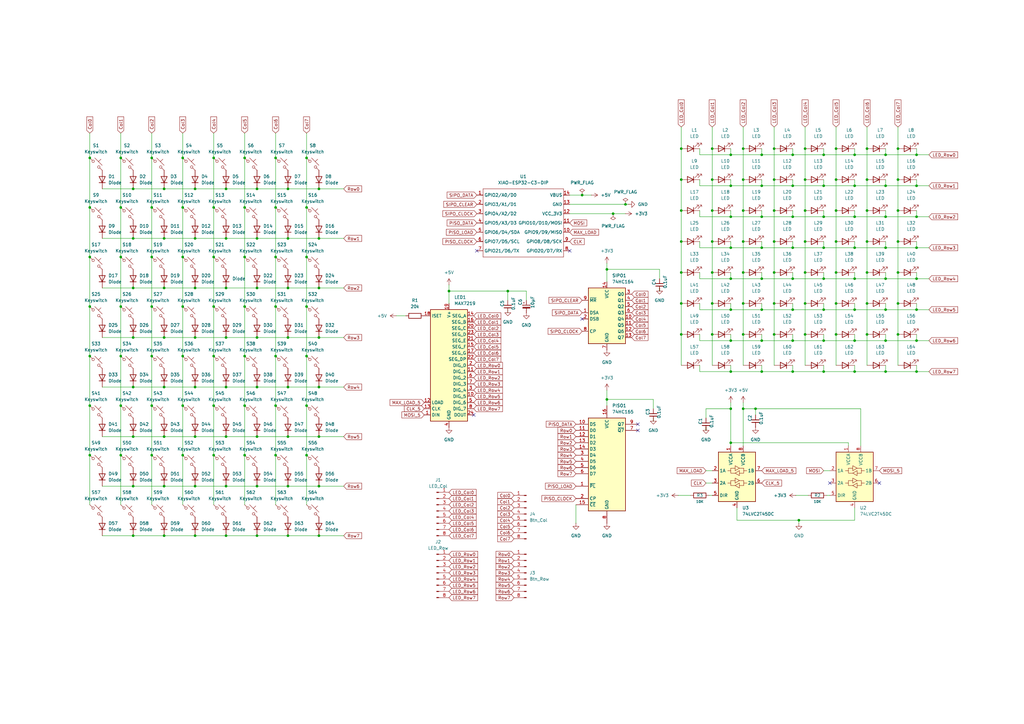
<source format=kicad_sch>
(kicad_sch (version 20250114) (generator "eeschema") (generator_version "9.0")
  (paper "A3")
  (junction (at 113.03 125.73))
  (junction (at 118.11 118.11))
  (junction (at 67.31 219.71))
  (junction (at 130.81 158.75))
  (junction (at 342.9 60.96))
  (junction (at 74.93 146.05))
  (junction (at 279.4 99.06))
  (junction (at 130.81 199.39))
  (junction (at 62.23 186.69))
  (junction (at 304.8 99.06))
  (junction (at 350.52 114.3))
  (junction (at 325.12 139.7))
  (junction (at 80.01 118.11))
  (junction (at 113.03 186.69))
  (junction (at 36.83 125.73))
  (junction (at 337.82 101.6))
  (junction (at 54.61 138.43))
  (junction (at 87.63 166.37))
  (junction (at 363.22 88.9))
  (junction (at 130.81 97.79))
  (junction (at 80.01 158.75))
  (junction (at 363.22 114.3))
  (junction (at 118.11 77.47))
  (junction (at 49.53 146.05))
  (junction (at 105.41 219.71))
  (junction (at 312.42 152.4))
  (junction (at 350.52 152.4))
  (junction (at 105.41 118.11))
  (junction (at 62.23 125.73))
  (junction (at 363.22 139.7))
  (junction (at 375.92 114.3))
  (junction (at 105.41 199.39))
  (junction (at 80.01 77.47))
  (junction (at 325.12 88.9))
  (junction (at 100.33 146.05))
  (junction (at 100.33 85.09))
  (junction (at 105.41 158.75))
  (junction (at 74.93 186.69))
  (junction (at 118.11 138.43))
  (junction (at 113.03 105.41))
  (junction (at 130.81 179.07))
  (junction (at 368.3 86.36))
  (junction (at 125.73 64.77))
  (junction (at 105.41 97.79))
  (junction (at 36.83 186.69))
  (junction (at 312.42 88.9))
  (junction (at 299.72 127))
  (junction (at 125.73 166.37))
  (junction (at 54.61 179.07))
  (junction (at 330.2 86.36))
  (junction (at 118.11 97.79))
  (junction (at 92.71 118.11))
  (junction (at 312.42 127))
  (junction (at 325.12 114.3))
  (junction (at 375.92 76.2))
  (junction (at 54.61 118.11))
  (junction (at 330.2 137.16))
  (junction (at 62.23 64.77))
  (junction (at 350.52 63.5))
  (junction (at 279.4 60.96))
  (junction (at 248.92 110.49))
  (junction (at 118.11 199.39))
  (junction (at 327.66 213.36))
  (junction (at 74.93 64.77))
  (junction (at 125.73 125.73))
  (junction (at 325.12 152.4))
  (junction (at 337.82 139.7))
  (junction (at 299.72 101.6))
  (junction (at 113.03 146.05))
  (junction (at 36.83 64.77))
  (junction (at 350.52 88.9))
  (junction (at 317.5 111.76))
  (junction (at 248.92 163.83))
  (junction (at 363.22 127))
  (junction (at 279.4 124.46))
  (junction (at 92.71 158.75))
  (junction (at 309.88 167.64))
  (junction (at 80.01 179.07))
  (junction (at 337.82 127))
  (junction (at 317.5 73.66))
  (junction (at 337.82 63.5))
  (junction (at 368.3 124.46))
  (junction (at 350.52 127))
  (junction (at 325.12 127))
  (junction (at 74.93 85.09))
  (junction (at 317.5 86.36))
  (junction (at 355.6 86.36))
  (junction (at 375.92 139.7))
  (junction (at 317.5 124.46))
  (junction (at 330.2 99.06))
  (junction (at 299.72 63.5))
  (junction (at 292.1 124.46))
  (junction (at 130.81 118.11))
  (junction (at 368.3 111.76))
  (junction (at 80.01 138.43))
  (junction (at 325.12 101.6))
  (junction (at 36.83 146.05))
  (junction (at 36.83 105.41))
  (junction (at 342.9 137.16))
  (junction (at 330.2 111.76))
  (junction (at 113.03 166.37))
  (junction (at 330.2 60.96))
  (junction (at 49.53 105.41))
  (junction (at 92.71 179.07))
  (junction (at 105.41 77.47))
  (junction (at 363.22 101.6))
  (junction (at 92.71 77.47))
  (junction (at 92.71 199.39))
  (junction (at 312.42 76.2))
  (junction (at 54.61 158.75))
  (junction (at 342.9 73.66))
  (junction (at 87.63 105.41))
  (junction (at 67.31 158.75))
  (junction (at 125.73 105.41))
  (junction (at 279.4 86.36))
  (junction (at 342.9 99.06))
  (junction (at 62.23 105.41))
  (junction (at 304.8 60.96))
  (junction (at 355.6 73.66))
  (junction (at 304.8 124.46))
  (junction (at 355.6 99.06))
  (junction (at 251.46 87.63))
  (junction (at 337.82 76.2))
  (junction (at 299.72 76.2))
  (junction (at 130.81 77.47))
  (junction (at 54.61 199.39))
  (junction (at 299.72 139.7))
  (junction (at 375.92 152.4))
  (junction (at 363.22 152.4))
  (junction (at 363.22 76.2))
  (junction (at 279.4 73.66))
  (junction (at 54.61 219.71))
  (junction (at 355.6 124.46))
  (junction (at 368.3 60.96))
  (junction (at 337.82 114.3))
  (junction (at 292.1 137.16))
  (junction (at 100.33 125.73))
  (junction (at 67.31 138.43))
  (junction (at 208.28 119.38))
  (junction (at 125.73 186.69))
  (junction (at 299.72 152.4))
  (junction (at 87.63 125.73))
  (junction (at 304.8 167.64))
  (junction (at 36.83 85.09))
  (junction (at 312.42 101.6))
  (junction (at 113.03 64.77))
  (junction (at 292.1 73.66))
  (junction (at 125.73 146.05))
  (junction (at 113.03 85.09))
  (junction (at 292.1 60.96))
  (junction (at 49.53 125.73))
  (junction (at 350.52 101.6))
  (junction (at 92.71 138.43))
  (junction (at 355.6 137.16))
  (junction (at 355.6 60.96))
  (junction (at 62.23 166.37))
  (junction (at 80.01 219.71))
  (junction (at 330.2 73.66))
  (junction (at 54.61 97.79))
  (junction (at 74.93 166.37))
  (junction (at 342.9 86.36))
  (junction (at 100.33 166.37))
  (junction (at 304.8 73.66))
  (junction (at 292.1 111.76))
  (junction (at 238.76 80.01))
  (junction (at 317.5 60.96))
  (junction (at 67.31 179.07))
  (junction (at 342.9 124.46))
  (junction (at 87.63 64.77))
  (junction (at 337.82 152.4))
  (junction (at 279.4 137.16))
  (junction (at 67.31 118.11))
  (junction (at 105.41 179.07))
  (junction (at 118.11 179.07))
  (junction (at 100.33 105.41))
  (junction (at 350.52 76.2))
  (junction (at 87.63 146.05))
  (junction (at 350.52 139.7))
  (junction (at 87.63 186.69))
  (junction (at 292.1 86.36))
  (junction (at 87.63 85.09))
  (junction (at 92.71 97.79))
  (junction (at 49.53 166.37))
  (junction (at 375.92 101.6))
  (junction (at 130.81 219.71))
  (junction (at 368.3 99.06))
  (junction (at 317.5 137.16))
  (junction (at 325.12 76.2))
  (junction (at 36.83 166.37))
  (junction (at 67.31 77.47))
  (junction (at 363.22 63.5))
  (junction (at 125.73 85.09))
  (junction (at 368.3 137.16))
  (junction (at 74.93 125.73))
  (junction (at 304.8 111.76))
  (junction (at 304.8 86.36))
  (junction (at 184.15 119.38))
  (junction (at 105.41 138.43))
  (junction (at 74.93 105.41))
  (junction (at 330.2 124.46))
  (junction (at 118.11 158.75))
  (junction (at 317.5 99.06))
  (junction (at 304.8 137.16))
  (junction (at 130.81 138.43))
  (junction (at 256.54 83.82))
  (junction (at 299.72 88.9))
  (junction (at 337.82 88.9))
  (junction (at 67.31 97.79))
  (junction (at 375.92 63.5))
  (junction (at 279.4 111.76))
  (junction (at 355.6 111.76))
  (junction (at 375.92 88.9))
  (junction (at 299.72 167.64))
  (junction (at 92.71 219.71))
  (junction (at 299.72 181.61))
  (junction (at 62.23 85.09))
  (junction (at 67.31 199.39))
  (junction (at 80.01 97.79))
  (junction (at 118.11 219.71))
  (junction (at 100.33 64.77))
  (junction (at 49.53 85.09))
  (junction (at 49.53 186.69))
  (junction (at 312.42 63.5))
  (junction (at 49.53 64.77))
  (junction (at 292.1 99.06))
  (junction (at 80.01 199.39))
  (junction (at 312.42 139.7))
  (junction (at 312.42 114.3))
  (junction (at 299.72 114.3))
  (junction (at 375.92 127))
  (junction (at 325.12 63.5))
  (junction (at 368.3 73.66))
  (junction (at 62.23 146.05))
  (junction (at 54.61 77.47))
  (junction (at 342.9 111.76))
  (junction (at 100.33 186.69))
  (no_connect (at 195.58 102.87))
  (no_connect (at 233.68 102.87))
  (no_connect (at 340.36 198.12))
  (no_connect (at 238.76 130.81))
  (no_connect (at 261.62 173.99))
  (no_connect (at 360.68 198.12))
  (no_connect (at 261.62 176.53))
  (no_connect (at 194.31 170.18))
  (wire (pts (xy 363.22 76.2) (xy 375.92 76.2)))
  (wire (pts (xy 363.22 152.4) (xy 375.92 152.4)))
  (wire (pts (xy 317.5 86.36) (xy 317.5 99.06)))
  (wire (pts (xy 62.23 64.77) (xy 62.23 85.09)))
  (wire (pts (xy 302.26 213.36) (xy 302.26 208.28)))
  (wire (pts (xy 287.02 60.96) (xy 287.02 63.5)))
  (wire (pts (xy 299.72 181.61) (xy 299.72 182.88)))
  (wire (pts (xy 105.41 158.75) (xy 118.11 158.75)))
  (wire (pts (xy 299.72 63.5) (xy 312.42 63.5)))
  (wire (pts (xy 312.42 86.36) (xy 312.42 88.9)))
  (wire (pts (xy 125.73 186.69) (xy 125.73 207.01)))
  (wire (pts (xy 118.11 179.07) (xy 130.81 179.07)))
  (wire (pts (xy 41.91 138.43) (xy 54.61 138.43)))
  (wire (pts (xy 87.63 166.37) (xy 87.63 186.69)))
  (wire (pts (xy 363.22 86.36) (xy 363.22 88.9)))
  (wire (pts (xy 289.56 167.64) (xy 289.56 171.45)))
  (wire (pts (xy 363.22 88.9) (xy 375.92 88.9)))
  (wire (pts (xy 287.02 127) (xy 299.72 127)))
  (wire (pts (xy 100.33 105.41) (xy 100.33 125.73)))
  (wire (pts (xy 248.92 163.83) (xy 248.92 166.37)))
  (wire (pts (xy 304.8 60.96) (xy 304.8 73.66)))
  (wire (pts (xy 92.71 179.07) (xy 105.41 179.07)))
  (wire (pts (xy 350.52 208.28) (xy 350.52 213.36)))
  (wire (pts (xy 363.22 149.86) (xy 363.22 152.4)))
  (wire (pts (xy 41.91 97.79) (xy 54.61 97.79)))
  (wire (pts (xy 312.42 111.76) (xy 312.42 114.3)))
  (wire (pts (xy 80.01 138.43) (xy 92.71 138.43)))
  (wire (pts (xy 337.82 88.9) (xy 350.52 88.9)))
  (wire (pts (xy 317.5 137.16) (xy 317.5 149.86)))
  (wire (pts (xy 80.01 97.79) (xy 92.71 97.79)))
  (wire (pts (xy 337.82 86.36) (xy 337.82 88.9)))
  (wire (pts (xy 304.8 167.64) (xy 304.8 182.88)))
  (wire (pts (xy 118.11 199.39) (xy 130.81 199.39)))
  (wire (pts (xy 363.22 111.76) (xy 363.22 114.3)))
  (wire (pts (xy 100.33 146.05) (xy 100.33 166.37)))
  (wire (pts (xy 337.82 76.2) (xy 350.52 76.2)))
  (wire (pts (xy 105.41 219.71) (xy 118.11 219.71)))
  (wire (pts (xy 342.9 99.06) (xy 342.9 111.76)))
  (wire (pts (xy 100.33 54.61) (xy 100.33 64.77)))
  (wire (pts (xy 279.4 99.06) (xy 279.4 111.76)))
  (wire (pts (xy 113.03 85.09) (xy 113.03 105.41)))
  (wire (pts (xy 327.66 213.36) (xy 350.52 213.36)))
  (wire (pts (xy 208.28 128.27) (xy 208.28 127)))
  (wire (pts (xy 350.52 114.3) (xy 363.22 114.3)))
  (wire (pts (xy 238.76 80.01) (xy 233.68 80.01)))
  (wire (pts (xy 312.42 101.6) (xy 325.12 101.6)))
  (wire (pts (xy 375.92 124.46) (xy 375.92 127)))
  (wire (pts (xy 100.33 166.37) (xy 100.33 186.69)))
  (wire (pts (xy 41.91 179.07) (xy 54.61 179.07)))
  (wire (pts (xy 87.63 85.09) (xy 87.63 105.41)))
  (wire (pts (xy 325.12 111.76) (xy 325.12 114.3)))
  (wire (pts (xy 287.02 149.86) (xy 287.02 152.4)))
  (wire (pts (xy 287.02 86.36) (xy 287.02 88.9)))
  (wire (pts (xy 62.23 85.09) (xy 62.23 105.41)))
  (wire (pts (xy 347.98 181.61) (xy 347.98 182.88)))
  (wire (pts (xy 184.15 116.84) (xy 184.15 119.38)))
  (wire (pts (xy 130.81 118.11) (xy 140.97 118.11)))
  (wire (pts (xy 363.22 63.5) (xy 375.92 63.5)))
  (wire (pts (xy 49.53 54.61) (xy 49.53 64.77)))
  (wire (pts (xy 330.2 73.66) (xy 330.2 86.36)))
  (wire (pts (xy 304.8 167.64) (xy 309.88 167.64)))
  (wire (pts (xy 54.61 199.39) (xy 67.31 199.39)))
  (wire (pts (xy 350.52 63.5) (xy 363.22 63.5)))
  (wire (pts (xy 242.57 80.01) (xy 238.76 80.01)))
  (wire (pts (xy 299.72 127) (xy 312.42 127)))
  (wire (pts (xy 299.72 111.76) (xy 299.72 114.3)))
  (wire (pts (xy 350.52 139.7) (xy 363.22 139.7)))
  (wire (pts (xy 49.53 125.73) (xy 49.53 146.05)))
  (wire (pts (xy 118.11 97.79) (xy 130.81 97.79)))
  (wire (pts (xy 236.22 214.63) (xy 236.22 207.01)))
  (wire (pts (xy 375.92 114.3) (xy 381 114.3)))
  (wire (pts (xy 337.82 137.16) (xy 337.82 139.7)))
  (wire (pts (xy 113.03 146.05) (xy 113.03 166.37)))
  (wire (pts (xy 309.88 167.64) (xy 353.06 167.64)))
  (wire (pts (xy 36.83 105.41) (xy 36.83 125.73)))
  (wire (pts (xy 49.53 64.77) (xy 49.53 85.09)))
  (wire (pts (xy 375.92 137.16) (xy 375.92 139.7)))
  (wire (pts (xy 87.63 64.77) (xy 87.63 85.09)))
  (wire (pts (xy 36.83 125.73) (xy 36.83 146.05)))
  (wire (pts (xy 49.53 85.09) (xy 49.53 105.41)))
  (wire (pts (xy 67.31 138.43) (xy 80.01 138.43)))
  (wire (pts (xy 299.72 167.64) (xy 299.72 181.61)))
  (wire (pts (xy 279.4 52.07) (xy 279.4 60.96)))
  (wire (pts (xy 80.01 158.75) (xy 92.71 158.75)))
  (wire (pts (xy 368.3 86.36) (xy 368.3 99.06)))
  (wire (pts (xy 317.5 124.46) (xy 317.5 137.16)))
  (wire (pts (xy 36.83 54.61) (xy 36.83 64.77)))
  (wire (pts (xy 100.33 125.73) (xy 100.33 146.05)))
  (wire (pts (xy 325.12 152.4) (xy 337.82 152.4)))
  (wire (pts (xy 325.12 149.86) (xy 325.12 152.4)))
  (wire (pts (xy 325.12 60.96) (xy 325.12 63.5)))
  (wire (pts (xy 337.82 139.7) (xy 350.52 139.7)))
  (wire (pts (xy 256.54 87.63) (xy 251.46 87.63)))
  (wire (pts (xy 67.31 158.75) (xy 80.01 158.75)))
  (wire (pts (xy 80.01 219.71) (xy 92.71 219.71)))
  (wire (pts (xy 350.52 101.6) (xy 363.22 101.6)))
  (wire (pts (xy 279.4 111.76) (xy 279.4 124.46)))
  (wire (pts (xy 100.33 85.09) (xy 100.33 105.41)))
  (wire (pts (xy 363.22 114.3) (xy 375.92 114.3)))
  (wire (pts (xy 330.2 99.06) (xy 330.2 111.76)))
  (wire (pts (xy 375.92 88.9) (xy 381 88.9)))
  (wire (pts (xy 317.5 111.76) (xy 317.5 124.46)))
  (wire (pts (xy 54.61 118.11) (xy 67.31 118.11)))
  (wire (pts (xy 41.91 77.47) (xy 54.61 77.47)))
  (wire (pts (xy 92.71 219.71) (xy 105.41 219.71)))
  (wire (pts (xy 287.02 101.6) (xy 299.72 101.6)))
  (wire (pts (xy 54.61 179.07) (xy 67.31 179.07)))
  (wire (pts (xy 330.2 124.46) (xy 330.2 137.16)))
  (wire (pts (xy 309.88 167.64) (xy 309.88 170.18)))
  (wire (pts (xy 375.92 101.6) (xy 363.22 101.6)))
  (wire (pts (xy 62.23 166.37) (xy 62.23 186.69)))
  (wire (pts (xy 62.23 125.73) (xy 62.23 146.05)))
  (wire (pts (xy 350.52 124.46) (xy 350.52 127)))
  (wire (pts (xy 337.82 152.4) (xy 350.52 152.4)))
  (wire (pts (xy 92.71 118.11) (xy 105.41 118.11)))
  (wire (pts (xy 248.92 160.02) (xy 248.92 163.83)))
  (wire (pts (xy 287.02 124.46) (xy 287.02 127)))
  (wire (pts (xy 368.3 111.76) (xy 368.3 124.46)))
  (wire (pts (xy 292.1 137.16) (xy 292.1 149.86)))
  (wire (pts (xy 87.63 146.05) (xy 87.63 166.37)))
  (wire (pts (xy 317.5 99.06) (xy 317.5 111.76)))
  (wire (pts (xy 342.9 86.36) (xy 342.9 99.06)))
  (wire (pts (xy 125.73 64.77) (xy 125.73 85.09)))
  (wire (pts (xy 342.9 52.07) (xy 342.9 60.96)))
  (wire (pts (xy 312.42 73.66) (xy 312.42 76.2)))
  (wire (pts (xy 312.42 60.96) (xy 312.42 63.5)))
  (wire (pts (xy 312.42 124.46) (xy 312.42 127)))
  (wire (pts (xy 292.1 99.06) (xy 292.1 111.76)))
  (wire (pts (xy 342.9 60.96) (xy 342.9 73.66)))
  (wire (pts (xy 251.46 87.63) (xy 233.68 87.63)))
  (wire (pts (xy 312.42 63.5) (xy 325.12 63.5)))
  (wire (pts (xy 100.33 64.77) (xy 100.33 85.09)))
  (wire (pts (xy 287.02 63.5) (xy 299.72 63.5)))
  (wire (pts (xy 375.92 152.4) (xy 381 152.4)))
  (wire (pts (xy 317.5 52.07) (xy 317.5 60.96)))
  (wire (pts (xy 74.93 85.09) (xy 74.93 105.41)))
  (wire (pts (xy 342.9 137.16) (xy 342.9 149.86)))
  (wire (pts (xy 130.81 179.07) (xy 140.97 179.07)))
  (wire (pts (xy 41.91 199.39) (xy 54.61 199.39)))
  (wire (pts (xy 267.97 172.72) (xy 267.97 171.45)))
  (wire (pts (xy 67.31 219.71) (xy 80.01 219.71)))
  (wire (pts (xy 350.52 99.06) (xy 350.52 101.6)))
  (wire (pts (xy 289.56 176.53) (xy 289.56 175.26)))
  (wire (pts (xy 363.22 127) (xy 375.92 127)))
  (wire (pts (xy 312.42 152.4) (xy 325.12 152.4)))
  (wire (pts (xy 87.63 105.41) (xy 87.63 125.73)))
  (wire (pts (xy 125.73 146.05) (xy 125.73 166.37)))
  (wire (pts (xy 375.92 149.86) (xy 375.92 152.4)))
  (wire (pts (xy 355.6 52.07) (xy 355.6 60.96)))
  (wire (pts (xy 257.81 83.82) (xy 256.54 83.82)))
  (wire (pts (xy 279.4 137.16) (xy 279.4 149.86)))
  (wire (pts (xy 270.51 119.38) (xy 270.51 118.11)))
  (wire (pts (xy 350.52 152.4) (xy 363.22 152.4)))
  (wire (pts (xy 80.01 118.11) (xy 92.71 118.11)))
  (wire (pts (xy 304.8 52.07) (xy 304.8 60.96)))
  (wire (pts (xy 279.4 86.36) (xy 279.4 99.06)))
  (wire (pts (xy 92.71 97.79) (xy 105.41 97.79)))
  (wire (pts (xy 125.73 166.37) (xy 125.73 186.69)))
  (wire (pts (xy 292.1 86.36) (xy 292.1 99.06)))
  (wire (pts (xy 355.6 73.66) (xy 355.6 86.36)))
  (wire (pts (xy 337.82 99.06) (xy 337.82 101.6)))
  (wire (pts (xy 304.8 165.1) (xy 304.8 167.64)))
  (wire (pts (xy 350.52 149.86) (xy 350.52 152.4)))
  (wire (pts (xy 299.72 165.1) (xy 299.72 167.64)))
  (wire (pts (xy 74.93 105.41) (xy 74.93 125.73)))
  (wire (pts (xy 312.42 137.16) (xy 312.42 139.7)))
  (wire (pts (xy 325.12 63.5) (xy 337.82 63.5)))
  (wire (pts (xy 299.72 86.36) (xy 299.72 88.9)))
  (wire (pts (xy 36.83 166.37) (xy 36.83 186.69)))
  (wire (pts (xy 279.4 60.96) (xy 279.4 73.66)))
  (wire (pts (xy 375.92 63.5) (xy 381 63.5)))
  (wire (pts (xy 130.81 97.79) (xy 140.97 97.79)))
  (wire (pts (xy 325.12 114.3) (xy 337.82 114.3)))
  (wire (pts (xy 325.12 139.7) (xy 337.82 139.7)))
  (wire (pts (xy 330.2 86.36) (xy 330.2 99.06)))
  (wire (pts (xy 287.02 137.16) (xy 287.02 139.7)))
  (wire (pts (xy 248.92 107.95) (xy 248.92 110.49)))
  (wire (pts (xy 375.92 127) (xy 381 127)))
  (wire (pts (xy 287.02 76.2) (xy 299.72 76.2)))
  (wire (pts (xy 41.91 219.71) (xy 54.61 219.71)))
  (wire (pts (xy 292.1 111.76) (xy 292.1 124.46)))
  (wire (pts (xy 54.61 138.43) (xy 67.31 138.43)))
  (wire (pts (xy 292.1 52.07) (xy 292.1 60.96)))
  (wire (pts (xy 267.97 163.83) (xy 248.92 163.83)))
  (wire (pts (xy 353.06 167.64) (xy 353.06 182.88)))
  (wire (pts (xy 130.81 219.71) (xy 140.97 219.71)))
  (wire (pts (xy 355.6 60.96) (xy 355.6 73.66)))
  (wire (pts (xy 67.31 97.79) (xy 80.01 97.79)))
  (wire (pts (xy 325.12 88.9) (xy 337.82 88.9)))
  (wire (pts (xy 312.42 149.86) (xy 312.42 152.4)))
  (wire (pts (xy 325.12 76.2) (xy 337.82 76.2)))
  (wire (pts (xy 267.97 163.83) (xy 267.97 167.64)))
  (wire (pts (xy 118.11 138.43) (xy 130.81 138.43)))
  (wire (pts (xy 87.63 125.73) (xy 87.63 146.05)))
  (wire (pts (xy 208.28 119.38) (xy 215.9 119.38)))
  (wire (pts (xy 363.22 60.96) (xy 363.22 63.5)))
  (wire (pts (xy 363.22 73.66) (xy 363.22 76.2)))
  (wire (pts (xy 92.71 77.47) (xy 105.41 77.47)))
  (wire (pts (xy 337.82 73.66) (xy 337.82 76.2)))
  (wire (pts (xy 289.56 193.04) (xy 292.1 193.04)))
  (wire (pts (xy 208.28 119.38) (xy 208.28 123.19)))
  (wire (pts (xy 304.8 73.66) (xy 304.8 86.36)))
  (wire (pts (xy 105.41 199.39) (xy 118.11 199.39)))
  (wire (pts (xy 299.72 139.7) (xy 312.42 139.7)))
  (wire (pts (xy 287.02 73.66) (xy 287.02 76.2)))
  (wire (pts (xy 342.9 73.66) (xy 342.9 86.36)))
  (wire (pts (xy 368.3 73.66) (xy 368.3 86.36)))
  (wire (pts (xy 299.72 181.61) (xy 347.98 181.61)))
  (wire (pts (xy 325.12 137.16) (xy 325.12 139.7)))
  (wire (pts (xy 302.26 213.36) (xy 327.66 213.36)))
  (wire (pts (xy 113.03 54.61) (xy 113.03 64.77)))
  (wire (pts (xy 130.81 138.43) (xy 140.97 138.43)))
  (wire (pts (xy 74.93 54.61) (xy 74.93 64.77)))
  (wire (pts (xy 363.22 139.7) (xy 375.92 139.7)))
  (wire (pts (xy 287.02 88.9) (xy 299.72 88.9)))
  (wire (pts (xy 375.92 86.36) (xy 375.92 88.9)))
  (wire (pts (xy 113.03 186.69) (xy 113.03 207.01)))
  (wire (pts (xy 355.6 86.36) (xy 355.6 99.06)))
  (wire (pts (xy 54.61 97.79) (xy 67.31 97.79)))
  (wire (pts (xy 304.8 111.76) (xy 304.8 124.46)))
  (wire (pts (xy 368.3 137.16) (xy 368.3 149.86)))
  (wire (pts (xy 337.82 111.76) (xy 337.82 114.3)))
  (wire (pts (xy 62.23 186.69) (xy 62.23 207.01)))
  (wire (pts (xy 299.72 88.9) (xy 312.42 88.9)))
  (wire (pts (xy 350.52 76.2) (xy 363.22 76.2)))
  (wire (pts (xy 208.28 119.38) (xy 184.15 119.38)))
  (wire (pts (xy 92.71 199.39) (xy 105.41 199.39)))
  (wire (pts (xy 304.8 137.16) (xy 304.8 149.86)))
  (wire (pts (xy 368.3 124.46) (xy 368.3 137.16)))
  (wire (pts (xy 54.61 77.47) (xy 67.31 77.47)))
  (wire (pts (xy 312.42 88.9) (xy 325.12 88.9)))
  (wire (pts (xy 92.71 158.75) (xy 105.41 158.75)))
  (wire (pts (xy 337.82 124.46) (xy 337.82 127)))
  (wire (pts (xy 337.82 63.5) (xy 350.52 63.5)))
  (wire (pts (xy 74.93 166.37) (xy 74.93 186.69)))
  (wire (pts (xy 375.92 76.2) (xy 381 76.2)))
  (wire (pts (xy 355.6 137.16) (xy 355.6 149.86)))
  (wire (pts (xy 125.73 105.41) (xy 125.73 125.73)))
  (wire (pts (xy 125.73 125.73) (xy 125.73 146.05)))
  (wire (pts (xy 337.82 193.04) (xy 340.36 193.04)))
  (wire (pts (xy 350.52 111.76) (xy 350.52 114.3)))
  (wire (pts (xy 312.42 139.7) (xy 325.12 139.7)))
  (wire (pts (xy 256.54 83.82) (xy 233.68 83.82)))
  (wire (pts (xy 325.12 86.36) (xy 325.12 88.9)))
  (wire (pts (xy 299.72 114.3) (xy 312.42 114.3)))
  (wire (pts (xy 62.23 54.61) (xy 62.23 64.77)))
  (wire (pts (xy 130.81 158.75) (xy 140.97 158.75)))
  (wire (pts (xy 330.2 137.16) (xy 330.2 149.86)))
  (wire (pts (xy 299.72 60.96) (xy 299.72 63.5)))
  (wire (pts (xy 279.4 124.46) (xy 279.4 137.16)))
  (wire (pts (xy 375.92 60.96) (xy 375.92 63.5)))
  (wire (pts (xy 299.72 76.2) (xy 312.42 76.2)))
  (wire (pts (xy 290.83 203.2) (xy 292.1 203.2)))
  (wire (pts (xy 325.12 127) (xy 337.82 127)))
  (wire (pts (xy 36.83 85.09) (xy 36.83 105.41)))
  (wire (pts (xy 330.2 111.76) (xy 330.2 124.46)))
  (wire (pts (xy 105.41 118.11) (xy 118.11 118.11)))
  (wire (pts (xy 41.91 158.75) (xy 54.61 158.75)))
  (wire (pts (xy 184.15 119.38) (xy 184.15 124.46)))
  (wire (pts (xy 130.81 77.47) (xy 140.97 77.47)))
  (wire (pts (xy 299.72 73.66) (xy 299.72 76.2)))
  (wire (pts (xy 299.72 124.46) (xy 299.72 127)))
  (wire (pts (xy 325.12 99.06) (xy 325.12 101.6)))
  (wire (pts (xy 248.92 110.49) (xy 270.51 110.49)))
  (wire (pts (xy 36.83 64.77) (xy 36.83 85.09)))
  (wire (pts (xy 54.61 158.75) (xy 67.31 158.75)))
  (wire (pts (xy 125.73 85.09) (xy 125.73 105.41)))
  (wire (pts (xy 317.5 60.96) (xy 317.5 73.66)))
  (wire (pts (xy 49.53 186.69) (xy 49.53 207.01)))
  (wire (pts (xy 299.72 152.4) (xy 312.42 152.4)))
  (wire (pts (xy 330.2 52.07) (xy 330.2 60.96)))
  (wire (pts (xy 304.8 124.46) (xy 304.8 137.16)))
  (wire (pts (xy 363.22 99.06) (xy 363.22 101.6)))
  (wire (pts (xy 304.8 86.36) (xy 304.8 99.06)))
  (wire (pts (xy 355.6 99.06) (xy 355.6 111.76)))
  (wire (pts (xy 67.31 77.47) (xy 80.01 77.47)))
  (wire (pts (xy 80.01 199.39) (xy 92.71 199.39)))
  (wire (pts (xy 125.73 54.61) (xy 125.73 64.77)))
  (wire (pts (xy 287.02 152.4) (xy 299.72 152.4)))
  (wire (pts (xy 113.03 64.77) (xy 113.03 85.09)))
  (wire (pts (xy 317.5 73.66) (xy 317.5 86.36)))
  (wire (pts (xy 304.8 99.06) (xy 304.8 111.76)))
  (wire (pts (xy 312.42 127) (xy 325.12 127)))
  (wire (pts (xy 130.81 199.39) (xy 140.97 199.39)))
  (wire (pts (xy 337.82 60.96) (xy 337.82 63.5)))
  (wire (pts (xy 270.51 110.49) (xy 270.51 114.3)))
  (wire (pts (xy 113.03 125.73) (xy 113.03 146.05)))
  (wire (pts (xy 118.11 77.47) (xy 130.81 77.47)))
  (wire (pts (xy 49.53 166.37) (xy 49.53 186.69)))
  (wire (pts (xy 62.23 146.05) (xy 62.23 166.37)))
  (wire (pts (xy 278.13 203.2) (xy 283.21 203.2)))
  (wire (pts (xy 49.53 105.41) (xy 49.53 125.73)))
  (wire (pts (xy 36.83 186.69) (xy 36.83 207.01)))
  (wire (pts (xy 299.72 101.6) (xy 312.42 101.6)))
  (wire (pts (xy 49.53 146.05) (xy 49.53 166.37)))
  (wire (pts (xy 337.82 114.3) (xy 350.52 114.3)))
  (wire (pts (xy 337.82 127) (xy 350.52 127)))
  (wire (pts (xy 350.52 60.96) (xy 350.52 63.5)))
  (wire (pts (xy 299.72 149.86) (xy 299.72 152.4)))
  (wire (pts (xy 287.02 114.3) (xy 299.72 114.3)))
  (wire (pts (xy 80.01 77.47) (xy 92.71 77.47)))
  (wire (pts (xy 113.03 105.41) (xy 113.03 125.73)))
  (wire (pts (xy 215.9 119.38) (xy 215.9 123.19)))
  (wire (pts (xy 312.42 114.3) (xy 325.12 114.3)))
  (wire (pts (xy 325.12 101.6) (xy 337.82 101.6)))
  (wire (pts (xy 350.52 127) (xy 363.22 127)))
  (wire (pts (xy 105.41 138.43) (xy 118.11 138.43)))
  (wire (pts (xy 292.1 60.96) (xy 292.1 73.66)))
  (wire (pts (xy 105.41 97.79) (xy 118.11 97.79)))
  (wire (pts (xy 80.01 179.07) (xy 92.71 179.07)))
  (wire (pts (xy 248.92 110.49) (xy 248.92 115.57)))
  (wire (pts (xy 292.1 73.66) (xy 292.1 86.36)))
  (wire (pts (xy 287.02 99.06) (xy 287.02 101.6)))
  (wire (pts (xy 368.3 60.96) (xy 368.3 73.66)))
  (wire (pts (xy 279.4 73.66) (xy 279.4 86.36)))
  (wire (pts (xy 118.11 219.71) (xy 130.81 219.71)))
  (wire (pts (xy 41.91 118.11) (xy 54.61 118.11)))
  (wire (pts (xy 36.83 146.05) (xy 36.83 166.37)))
  (wire (pts (xy 350.52 73.66) (xy 350.52 76.2)))
  (wire (pts (xy 67.31 118.11) (xy 80.01 118.11)))
  (wire (pts (xy 67.31 199.39) (xy 80.01 199.39)))
  (wire (pts (xy 74.93 64.77) (xy 74.93 85.09)))
  (wire (pts (xy 339.09 203.2) (xy 340.36 203.2)))
  (wire (pts (xy 375.92 111.76) (xy 375.92 114.3)))
  (wire (pts (xy 325.12 73.66) (xy 325.12 76.2)))
  (wire (pts (xy 363.22 137.16) (xy 363.22 139.7)))
  (wire (pts (xy 350.52 86.36) (xy 350.52 88.9)))
  (wire (pts (xy 87.63 186.69) (xy 87.63 207.01)))
  (wire (pts (xy 326.39 203.2) (xy 331.47 203.2)))
  (wire (pts (xy 292.1 124.46) (xy 292.1 137.16)))
  (wire (pts (xy 118.11 158.75) (xy 130.81 158.75)))
  (wire (pts (xy 299.72 99.06) (xy 299.72 101.6)))
  (wire (pts (xy 67.31 179.07) (xy 80.01 179.07)))
  (wire (pts (xy 113.03 166.37) (xy 113.03 186.69)))
  (wire (pts (xy 105.41 179.07) (xy 118.11 179.07)))
  (wire (pts (xy 368.3 52.07) (xy 368.3 60.96)))
  (wire (pts (xy 289.56 198.12) (xy 292.1 198.12)))
  (wire (pts (xy 92.71 138.43) (xy 105.41 138.43)))
  (wire (pts (xy 375.92 99.06) (xy 375.92 101.6)))
  (wire (pts (xy 287.02 139.7) (xy 299.72 139.7)))
  (wire (pts (xy 337.82 149.86) (xy 337.82 152.4)))
  (wire (pts (xy 118.11 118.11) (xy 130.81 118.11)))
  (wire (pts (xy 355.6 111.76) (xy 355.6 124.46)))
  (wire (pts (xy 342.9 111.76) (xy 342.9 124.46)))
  (wire (pts (xy 312.42 76.2) (xy 325.12 76.2)))
  (wire (pts (xy 375.92 139.7) (xy 381 139.7)))
  (wire (pts (xy 54.61 219.71) (xy 67.31 219.71)))
  (wire (pts (xy 87.63 54.61) (xy 87.63 64.77)))
  (wire (pts (xy 299.72 137.16) (xy 299.72 139.7)))
  (wire (pts (xy 162.56 129.54) (xy 166.37 129.54)))
  (wire (pts (xy 289.56 167.64) (xy 299.72 167.64)))
  (wire (pts (xy 100.33 186.69) (xy 100.33 207.01)))
  (wire (pts (xy 325.12 124.46) (xy 325.12 127)))
  (wire (pts (xy 342.9 124.46) (xy 342.9 137.16)))
  (wire (pts (xy 74.93 186.69) (xy 74.93 207.01)))
  (wire (pts (xy 105.41 77.47) (xy 118.11 77.47)))
  (wire (pts (xy 287.02 111.76) (xy 287.02 114.3)))
  (wire (pts (xy 350.52 88.9) (xy 363.22 88.9)))
  (wire (pts (xy 337.82 101.6) (xy 350.52 101.6)))
  (wire (pts (xy 368.3 99.06) (xy 368.3 111.76)))
  (wire (pts (xy 62.23 105.41) (xy 62.23 125.73)))
  (wire (pts (xy 312.42 99.06) (xy 312.42 101.6)))
  (wire (pts (xy 350.52 137.16) (xy 350.52 139.7)))
  (wire (pts (xy 363.22 124.46) (xy 363.22 127)))
  (wire (pts (xy 74.93 146.05) (xy 74.93 166.37)))
  (wire (pts (xy 375.92 73.66) (xy 375.92 76.2)))
  (wire (pts (xy 327.66 214.63) (xy 327.66 213.36)))
  (wire (pts (xy 355.6 124.46) (xy 355.6 137.16)))
  (wire (pts (xy 74.93 125.73) (xy 74.93 146.05)))
  (wire (pts (xy 381 101.6) (xy 375.92 101.6)))
  (wire (pts (xy 330.2 60.96) (xy 330.2 73.66)))
  (global_label "Col5" (shape input) (at 259.08 133.35 0) (property "Intersheetrefs" "${INTERSHEET_REFS}" (effects (hide yes))))
  (global_label "Row0" (shape input) (at 140.97 77.47 0) (property "Intersheetrefs" "${INTERSHEET_REFS}" (effects (hide yes))))
  (global_label "Row4" (shape input) (at 236.22 186.69 180) (property "Intersheetrefs" "${INTERSHEET_REFS}" (effects (hide yes))))
  (global_label "LED_Row1" (shape input) (at 194.31 152.4 0) (property "Intersheetrefs" "${INTERSHEET_REFS}" (effects (hide yes))))
  (global_label "Row7" (shape input) (at 236.22 194.31 180) (property "Intersheetrefs" "${INTERSHEET_REFS}" (effects (hide yes))))
  (global_label "Col2" (shape input) (at 259.08 125.73 0) (property "Intersheetrefs" "${INTERSHEET_REFS}" (effects (hide yes))))
  (global_label "Col4" (shape input) (at 87.63 54.61 90) (property "Intersheetrefs" "${INTERSHEET_REFS}" (effects (hide yes))))
  (global_label "Col4" (shape input) (at 259.08 130.81 0) (property "Intersheetrefs" "${INTERSHEET_REFS}" (effects (hide yes))))
  (global_label "Col3" (shape input) (at 74.93 54.61 90) (property "Intersheetrefs" "${INTERSHEET_REFS}" (effects (hide yes))))
  (global_label "MOSI_5" (shape input) (at 360.68 193.04 0) (property "Intersheetrefs" "${INTERSHEET_REFS}" (effects (hide yes))))
  (global_label "Row2" (shape input) (at 210.82 232.41 180) (property "Intersheetrefs" "${INTERSHEET_REFS}" (effects (hide yes))))
  (global_label "LED_Col5" (shape input) (at 184.15 214.63 0) (property "Intersheetrefs" "${INTERSHEET_REFS}" (effects (hide yes))))
  (global_label "Row5" (shape input) (at 140.97 179.07 0) (property "Intersheetrefs" "${INTERSHEET_REFS}" (effects (hide yes))))
  (global_label "Row2" (shape input) (at 140.97 118.11 0) (property "Intersheetrefs" "${INTERSHEET_REFS}" (effects (hide yes))))
  (global_label "SIPO_CLOCK" (shape input) (at 238.76 135.89 180) (property "Intersheetrefs" "${INTERSHEET_REFS}" (effects (hide yes))))
  (global_label "LED_Row6" (shape input) (at 184.15 242.57 0) (property "Intersheetrefs" "${INTERSHEET_REFS}" (effects (hide yes))))
  (global_label "Row2" (shape input) (at 236.22 181.61 180) (property "Intersheetrefs" "${INTERSHEET_REFS}" (effects (hide yes))))
  (global_label "Col5" (shape input) (at 210.82 215.9 180) (property "Intersheetrefs" "${INTERSHEET_REFS}" (effects (hide yes))))
  (global_label "LED_Row5" (shape input) (at 194.31 162.56 0) (property "Intersheetrefs" "${INTERSHEET_REFS}" (effects (hide yes))))
  (global_label "PISO_LOAD" (shape input) (at 195.58 95.25 180) (property "Intersheetrefs" "${INTERSHEET_REFS}" (effects (hide yes))))
  (global_label "LED_Col1" (shape input) (at 194.31 132.08 0) (property "Intersheetrefs" "${INTERSHEET_REFS}" (effects (hide yes))))
  (global_label "PISO_DATA" (shape input) (at 195.58 91.44 180) (property "Intersheetrefs" "${INTERSHEET_REFS}" (effects (hide yes))))
  (global_label "Row5" (shape input) (at 210.82 240.03 180) (property "Intersheetrefs" "${INTERSHEET_REFS}" (effects (hide yes))))
  (global_label "Col0" (shape input) (at 210.82 203.2 180) (property "Intersheetrefs" "${INTERSHEET_REFS}" (effects (hide yes))))
  (global_label "PISO_CLOCK" (shape input) (at 195.58 99.06 180) (property "Intersheetrefs" "${INTERSHEET_REFS}" (effects (hide yes))))
  (global_label "LED_Col7" (shape input) (at 368.3 52.07 90) (property "Intersheetrefs" "${INTERSHEET_REFS}" (effects (hide yes))))
  (global_label "Row1" (shape input) (at 236.22 179.07 180) (property "Intersheetrefs" "${INTERSHEET_REFS}" (effects (hide yes))))
  (global_label "LED_Col2" (shape input) (at 194.31 134.62 0) (property "Intersheetrefs" "${INTERSHEET_REFS}" (effects (hide yes))))
  (global_label "LED_Col4" (shape input) (at 194.31 139.7 0) (property "Intersheetrefs" "${INTERSHEET_REFS}" (effects (hide yes))))
  (global_label "LED_Row2" (shape input) (at 184.15 232.41 0) (property "Intersheetrefs" "${INTERSHEET_REFS}" (effects (hide yes))))
  (global_label "LED_Col0" (shape input) (at 184.15 201.93 0) (property "Intersheetrefs" "${INTERSHEET_REFS}" (effects (hide yes))))
  (global_label "LED_Row6" (shape input) (at 194.31 165.1 0) (property "Intersheetrefs" "${INTERSHEET_REFS}" (effects (hide yes))))
  (global_label "SIPO_CLOCK" (shape input) (at 195.58 87.63 180) (property "Intersheetrefs" "${INTERSHEET_REFS}" (effects (hide yes))))
  (global_label "LED_Col3" (shape input) (at 194.31 137.16 0) (property "Intersheetrefs" "${INTERSHEET_REFS}" (effects (hide yes))))
  (global_label "LED_Col4" (shape input) (at 184.15 212.09 0) (property "Intersheetrefs" "${INTERSHEET_REFS}" (effects (hide yes))))
  (global_label "Col0" (shape input) (at 36.83 54.61 90) (property "Intersheetrefs" "${INTERSHEET_REFS}" (effects (hide yes))))
  (global_label "Col3" (shape input) (at 259.08 128.27 0) (property "Intersheetrefs" "${INTERSHEET_REFS}" (effects (hide yes))))
  (global_label "Row5" (shape input) (at 236.22 189.23 180) (property "Intersheetrefs" "${INTERSHEET_REFS}" (effects (hide yes))))
  (global_label "SIPO_DATA" (shape input) (at 195.58 80.01 180) (property "Intersheetrefs" "${INTERSHEET_REFS}" (effects (hide yes))))
  (global_label "CLK_5" (shape input) (at 312.42 198.12 0) (property "Intersheetrefs" "${INTERSHEET_REFS}" (effects (hide yes))))
  (global_label "LED_Row3" (shape input) (at 194.31 157.48 0) (property "Intersheetrefs" "${INTERSHEET_REFS}" (effects (hide yes))))
  (global_label "LED_Row1" (shape input) (at 184.15 229.87 0) (property "Intersheetrefs" "${INTERSHEET_REFS}" (effects (hide yes))))
  (global_label "MAX_LOAD" (shape input) (at 233.68 95.25 0) (property "Intersheetrefs" "${INTERSHEET_REFS}" (effects (hide yes))))
  (global_label "Col0" (shape input) (at 259.08 120.65 0) (property "Intersheetrefs" "${INTERSHEET_REFS}" (effects (hide yes))))
  (global_label "LED_Row5" (shape input) (at 184.15 240.03 0) (property "Intersheetrefs" "${INTERSHEET_REFS}" (effects (hide yes))))
  (global_label "LED_Row2" (shape input) (at 194.31 154.94 0) (property "Intersheetrefs" "${INTERSHEET_REFS}" (effects (hide yes))))
  (global_label "LED_Col5" (shape input) (at 194.31 142.24 0) (property "Intersheetrefs" "${INTERSHEET_REFS}" (effects (hide yes))))
  (global_label "LED_Row7" (shape input) (at 184.15 245.11 0) (property "Intersheetrefs" "${INTERSHEET_REFS}" (effects (hide yes))))
  (global_label "LED_Row4" (shape input) (at 184.15 237.49 0) (property "Intersheetrefs" "${INTERSHEET_REFS}" (effects (hide yes))))
  (global_label "Col1" (shape input) (at 210.82 205.74 180) (property "Intersheetrefs" "${INTERSHEET_REFS}" (effects (hide yes))))
  (global_label "SIPO_CLEAR" (shape input) (at 238.76 123.19 180) (property "Intersheetrefs" "${INTERSHEET_REFS}" (effects (hide yes))))
  (global_label "LED_Row4" (shape input) (at 194.31 160.02 0) (property "Intersheetrefs" "${INTERSHEET_REFS}" (effects (hide yes))))
  (global_label "LED_Row7" (shape input) (at 194.31 167.64 0) (property "Intersheetrefs" "${INTERSHEET_REFS}" (effects (hide yes))))
  (global_label "LED_Row2" (shape input) (at 381 88.9 0) (property "Intersheetrefs" "${INTERSHEET_REFS}" (effects (hide yes))))
  (global_label "Col5" (shape input) (at 100.33 54.61 90) (property "Intersheetrefs" "${INTERSHEET_REFS}" (effects (hide yes))))
  (global_label "Row1" (shape input) (at 210.82 229.87 180) (property "Intersheetrefs" "${INTERSHEET_REFS}" (effects (hide yes))))
  (global_label "MOSI" (shape input) (at 337.82 193.04 180) (property "Intersheetrefs" "${INTERSHEET_REFS}" (effects (hide yes))))
  (global_label "Row3" (shape input) (at 210.82 234.95 180) (property "Intersheetrefs" "${INTERSHEET_REFS}" (effects (hide yes))))
  (global_label "LED_Col0" (shape input) (at 194.31 129.54 0) (property "Intersheetrefs" "${INTERSHEET_REFS}" (effects (hide yes))))
  (global_label "Col1" (shape input) (at 259.08 123.19 0) (property "Intersheetrefs" "${INTERSHEET_REFS}" (effects (hide yes))))
  (global_label "Row6" (shape input) (at 236.22 191.77 180) (property "Intersheetrefs" "${INTERSHEET_REFS}" (effects (hide yes))))
  (global_label "LED_Row6" (shape input) (at 381 139.7 0) (property "Intersheetrefs" "${INTERSHEET_REFS}" (effects (hide yes))))
  (global_label "LED_Col4" (shape input) (at 330.2 52.07 90) (property "Intersheetrefs" "${INTERSHEET_REFS}" (effects (hide yes))))
  (global_label "Row0" (shape input) (at 210.82 227.33 180) (property "Intersheetrefs" "${INTERSHEET_REFS}" (effects (hide yes))))
  (global_label "Col2" (shape input) (at 62.23 54.61 90) (property "Intersheetrefs" "${INTERSHEET_REFS}" (effects (hide yes))))
  (global_label "PISO_DATA" (shape input) (at 236.22 173.99 180) (property "Intersheetrefs" "${INTERSHEET_REFS}" (effects (hide yes))))
  (global_label "Col3" (shape input) (at 210.82 210.82 180) (property "Intersheetrefs" "${INTERSHEET_REFS}" (effects (hide yes))))
  (global_label "CLK" (shape input) (at 289.56 198.12 180) (property "Intersheetrefs" "${INTERSHEET_REFS}" (effects (hide yes))))
  (global_label "LED_Row0" (shape input) (at 184.15 227.33 0) (property "Intersheetrefs" "${INTERSHEET_REFS}" (effects (hide yes))))
  (global_label "MOSI_5" (shape input) (at 173.99 170.18 180) (property "Intersheetrefs" "${INTERSHEET_REFS}" (effects (hide yes))))
  (global_label "LED_Col1" (shape input) (at 292.1 52.07 90) (property "Intersheetrefs" "${INTERSHEET_REFS}" (effects (hide yes))))
  (global_label "Row6" (shape input) (at 140.97 199.39 0) (property "Intersheetrefs" "${INTERSHEET_REFS}" (effects (hide yes))))
  (global_label "LED_Col2" (shape input) (at 304.8 52.07 90) (property "Intersheetrefs" "${INTERSHEET_REFS}" (effects (hide yes))))
  (global_label "PISO_LOAD" (shape input) (at 236.22 199.39 180) (property "Intersheetrefs" "${INTERSHEET_REFS}" (effects (hide yes))))
  (global_label "LED_Col7" (shape input) (at 184.15 219.71 0) (property "Intersheetrefs" "${INTERSHEET_REFS}" (effects (hide yes))))
  (global_label "LED_Col1" (shape input) (at 184.15 204.47 0) (property "Intersheetrefs" "${INTERSHEET_REFS}" (effects (hide yes))))
  (global_label "CLK_5" (shape input) (at 173.99 167.64 180) (property "Intersheetrefs" "${INTERSHEET_REFS}" (effects (hide yes))))
  (global_label "LED_Col6" (shape input) (at 194.31 144.78 0) (property "Intersheetrefs" "${INTERSHEET_REFS}" (effects (hide yes))))
  (global_label "MAX_LOAD" (shape input) (at 289.56 193.04 180) (property "Intersheetrefs" "${INTERSHEET_REFS}" (effects (hide yes))))
  (global_label "LED_Col2" (shape input) (at 184.15 207.01 0) (property "Intersheetrefs" "${INTERSHEET_REFS}" (effects (hide yes))))
  (global_label "LED_Row4" (shape input) (at 381 114.3 0) (property "Intersheetrefs" "${INTERSHEET_REFS}" (effects (hide yes))))
  (global_label "LED_Row0" (shape input) (at 194.31 149.86 0) (property "Intersheetrefs" "${INTERSHEET_REFS}" (effects (hide yes))))
  (global_label "PISO_CLOCK" (shape input) (at 236.22 204.47 180) (property "Intersheetrefs" "${INTERSHEET_REFS}" (effects (hide yes))))
  (global_label "Col2" (shape input) (at 210.82 208.28 180) (property "Intersheetrefs" "${INTERSHEET_REFS}" (effects (hide yes))))
  (global_label "CLK" (shape input) (at 233.68 99.06 0) (property "Intersheetrefs" "${INTERSHEET_REFS}" (effects (hide yes))))
  (global_label "LED_Col7" (shape input) (at 194.31 147.32 0) (property "Intersheetrefs" "${INTERSHEET_REFS}" (effects (hide yes))))
  (global_label "LED_Col3" (shape input) (at 184.15 209.55 0) (property "Intersheetrefs" "${INTERSHEET_REFS}" (effects (hide yes))))
  (global_label "Col6" (shape input) (at 259.08 135.89 0) (property "Intersheetrefs" "${INTERSHEET_REFS}" (effects (hide yes))))
  (global_label "Row4" (shape input) (at 140.97 158.75 0) (property "Intersheetrefs" "${INTERSHEET_REFS}" (effects (hide yes))))
  (global_label "LED_Row1" (shape input) (at 381 76.2 0) (property "Intersheetrefs" "${INTERSHEET_REFS}" (effects (hide yes))))
  (global_label "Col7" (shape input) (at 259.08 138.43 0) (property "Intersheetrefs" "${INTERSHEET_REFS}" (effects (hide yes))))
  (global_label "Col6" (shape input) (at 210.82 218.44 180) (property "Intersheetrefs" "${INTERSHEET_REFS}" (effects (hide yes))))
  (global_label "Row0" (shape input) (at 236.22 176.53 180) (property "Intersheetrefs" "${INTERSHEET_REFS}" (effects (hide yes))))
  (global_label "Row7" (shape input) (at 210.82 245.11 180) (property "Intersheetrefs" "${INTERSHEET_REFS}" (effects (hide yes))))
  (global_label "LED_Col5" (shape input) (at 342.9 52.07 90) (property "Intersheetrefs" "${INTERSHEET_REFS}" (effects (hide yes))))
  (global_label "Row1" (shape input) (at 140.97 97.79 0) (property "Intersheetrefs" "${INTERSHEET_REFS}" (effects (hide yes))))
  (global_label "Row6" (shape input) (at 210.82 242.57 180) (property "Intersheetrefs" "${INTERSHEET_REFS}" (effects (hide yes))))
  (global_label "LED_Col6" (shape input) (at 355.6 52.07 90) (property "Intersheetrefs" "${INTERSHEET_REFS}" (effects (hide yes))))
  (global_label "LED_Row3" (shape input) (at 184.15 234.95 0) (property "Intersheetrefs" "${INTERSHEET_REFS}" (effects (hide yes))))
  (global_label "Row4" (shape input) (at 210.82 237.49 180) (property "Intersheetrefs" "${INTERSHEET_REFS}" (effects (hide yes))))
  (global_label "Row3" (shape input) (at 236.22 184.15 180) (property "Intersheetrefs" "${INTERSHEET_REFS}" (effects (hide yes))))
  (global_label "SIPO_DATA" (shape input) (at 238.76 128.27 180) (property "Intersheetrefs" "${INTERSHEET_REFS}" (effects (hide yes))))
  (global_label "LED_Col6" (shape input) (at 184.15 217.17 0) (property "Intersheetrefs" "${INTERSHEET_REFS}" (effects (hide yes))))
  (global_label "LED_Row5" (shape input) (at 381 127 0) (property "Intersheetrefs" "${INTERSHEET_REFS}" (effects (hide yes))))
  (global_label "MAX_LOAD_5" (shape input) (at 173.99 165.1 180) (property "Intersheetrefs" "${INTERSHEET_REFS}" (effects (hide yes))))
  (global_label "MAX_LOAD_5" (shape input) (at 312.42 193.04 0) (property "Intersheetrefs" "${INTERSHEET_REFS}" (effects (hide yes))))
  (global_label "Col7" (shape input) (at 210.82 220.98 180) (property "Intersheetrefs" "${INTERSHEET_REFS}" (effects (hide yes))))
  (global_label "LED_Row3" (shape input) (at 381 101.6 0) (property "Intersheetrefs" "${INTERSHEET_REFS}" (effects (hide yes))))
  (global_label "Col4" (shape input) (at 210.82 213.36 180) (property "Intersheetrefs" "${INTERSHEET_REFS}" (effects (hide yes))))
  (global_label "SIPO_CLEAR" (shape input) (at 195.58 83.82 180) (property "Intersheetrefs" "${INTERSHEET_REFS}" (effects (hide yes))))
  (global_label "Col7" (shape input) (at 125.73 54.61 90) (property "Intersheetrefs" "${INTERSHEET_REFS}" (effects (hide yes))))
  (global_label "Col1" (shape input) (at 49.53 54.61 90) (property "Intersheetrefs" "${INTERSHEET_REFS}" (effects (hide yes))))
  (global_label "Row7" (shape input) (at 140.97 219.71 0) (property "Intersheetrefs" "${INTERSHEET_REFS}" (effects (hide yes))))
  (global_label "Row3" (shape input) (at 140.97 138.43 0) (property "Intersheetrefs" "${INTERSHEET_REFS}" (effects (hide yes))))
  (global_label "MOSI" (shape input) (at 233.68 91.44 0) (property "Intersheetrefs" "${INTERSHEET_REFS}" (effects (hide yes))))
  (global_label "LED_Row0" (shape input) (at 381 63.5 0) (property "Intersheetrefs" "${INTERSHEET_REFS}" (effects (hide yes))))
  (global_label "LED_Col0" (shape input) (at 279.4 52.07 90) (property "Intersheetrefs" "${INTERSHEET_REFS}" (effects (hide yes))))
  (global_label "LED_Row7" (shape input) (at 381 152.4 0) (property "Intersheetrefs" "${INTERSHEET_REFS}" (effects (hide yes))))
  (global_label "LED_Col3" (shape input) (at 317.5 52.07 90) (property "Intersheetrefs" "${INTERSHEET_REFS}" (effects (hide yes))))
  (global_label "Col6" (shape input) (at 113.03 54.61 90) (property "Intersheetrefs" "${INTERSHEET_REFS}" (effects (hide yes))))
  (symbol (lib_id "ScottoKeebs:Placeholder_Keyswitch") (at 102.87 107.95 0) (unit 1) (in_bom no)
    (property "Reference" "S22" (at 102.87 100.33 0))
    (property "Value" "Keyswitch" (at 102.87 102.87 0))
    (property "Footprint" "MX_Solderable:MX-Solderable-1U_Mod" (effects (hide yes)))
    (property "Description" "Push button switch, normally open, two pins, 45° tilted" (effects (hide yes)))
  )
  (symbol (lib_id "Diode:1N4148W") (at 118.11 73.66 90) (unit 1)
    (property "Reference" "D7" (at 120.65 72.3899 90) (effects (justify right)))
    (property "Value" "Diode" (at 120.65 74.9299 90) (effects (justify right)))
    (property "Footprint" "Diode_SMD:D_SOD-123" (effects (hide yes)))
    (property "Datasheet" "https://www.vishay.com/docs/85748/1n4148w.pdf" (effects (hide yes)))
    (property "Description" "75V 0.15A Fast Switching Diode, SOD-123" (effects (hide yes)))
    (property "Sim.Device" "D" (effects (hide yes)))
    (property "Sim.Pins" "1=K 2=A" (effects (hide yes)))
  )
  (symbol (lib_id "power:+3V3") (at 248.92 160.02 0) (unit 1)
    (property "Reference" "#PWR05" (effects (hide yes)))
    (property "Value" "+3V3" (at 248.92 154.94 0))
    (property "Description" "Power symbol creates a global label with name \"+3V3\"" (effects (hide yes)))
  )
  (symbol (lib_id "Diode:1N4148W") (at 118.11 134.62 90) (unit 1)
    (property "Reference" "D31" (at 120.65 133.3499 90) (effects (justify right)))
    (property "Value" "Diode" (at 120.65 135.8899 90) (effects (justify right)))
    (property "Footprint" "Diode_SMD:D_SOD-123" (effects (hide yes)))
    (property "Datasheet" "https://www.vishay.com/docs/85748/1n4148w.pdf" (effects (hide yes)))
    (property "Description" "75V 0.15A Fast Switching Diode, SOD-123" (effects (hide yes)))
    (property "Sim.Device" "D" (effects (hide yes)))
    (property "Sim.Pins" "1=K 2=A" (effects (hide yes)))
  )
  (symbol (lib_id "Diode:1N4148W") (at 118.11 93.98 90) (unit 1)
    (property "Reference" "D15" (at 120.65 92.7099 90) (effects (justify right)))
    (property "Value" "Diode" (at 120.65 95.2499 90) (effects (justify right)))
    (property "Footprint" "Diode_SMD:D_SOD-123" (effects (hide yes)))
    (property "Datasheet" "https://www.vishay.com/docs/85748/1n4148w.pdf" (effects (hide yes)))
    (property "Description" "75V 0.15A Fast Switching Diode, SOD-123" (effects (hide yes)))
    (property "Sim.Device" "D" (effects (hide yes)))
    (property "Sim.Pins" "1=K 2=A" (effects (hide yes)))
  )
  (symbol (lib_id "Device:LED_L") (at 295.91 86.36 0) (unit 1) (in_bom no)
    (property "Reference" "L18" (at 297.4975 78.74 0))
    (property "Value" "LED" (at 297.4975 81.28 0))
    (property "Footprint" "Switch_Misc:MX-LED" (effects (hide yes)))
    (property "Description" "Light emitting diode" (effects (hide yes)))
    (property "Sim.Pins" "1=K 2=A" (effects (hide yes)))
  )
  (symbol (lib_id "Diode:1N4148W") (at 54.61 175.26 90) (unit 1)
    (property "Reference" "D42" (at 57.15 173.9899 90) (effects (justify right)))
    (property "Value" "Diode" (at 57.15 176.5299 90) (effects (justify right)))
    (property "Footprint" "Diode_SMD:D_SOD-123" (effects (hide yes)))
    (property "Datasheet" "https://www.vishay.com/docs/85748/1n4148w.pdf" (effects (hide yes)))
    (property "Description" "75V 0.15A Fast Switching Diode, SOD-123" (effects (hide yes)))
    (property "Sim.Device" "D" (effects (hide yes)))
    (property "Sim.Pins" "1=K 2=A" (effects (hide yes)))
  )
  (symbol (lib_id "Device:LED_L") (at 334.01 124.46 0) (unit 1) (in_bom no)
    (property "Reference" "L45" (at 335.5975 116.84 0))
    (property "Value" "LED" (at 335.5975 119.38 0))
    (property "Footprint" "Switch_Misc:MX-LED" (effects (hide yes)))
    (property "Description" "Light emitting diode" (effects (hide yes)))
    (property "Sim.Pins" "1=K 2=A" (effects (hide yes)))
  )
  (symbol (lib_id "ScottoKeebs:Placeholder_Keyswitch") (at 102.87 209.55 0) (unit 1) (in_bom no)
    (property "Reference" "S62" (at 102.87 201.93 0))
    (property "Value" "Keyswitch" (at 102.87 204.47 0))
    (property "Footprint" "MX_Solderable:MX-Solderable-1U_Mod" (effects (hide yes)))
    (property "Description" "Push button switch, normally open, two pins, 45° tilted" (effects (hide yes)))
  )
  (symbol (lib_id "Device:LED_L") (at 372.11 86.36 0) (unit 1) (in_bom no)
    (property "Reference" "L24" (at 373.6975 78.74 0))
    (property "Value" "LED" (at 373.6975 81.28 0))
    (property "Footprint" "Switch_Misc:MX-LED" (effects (hide yes)))
    (property "Description" "Light emitting diode" (effects (hide yes)))
    (property "Sim.Pins" "1=K 2=A" (effects (hide yes)))
  )
  (symbol (lib_id "Diode:1N4148W") (at 130.81 195.58 90) (unit 1)
    (property "Reference" "D56" (at 133.35 194.3099 90) (effects (justify right)))
    (property "Value" "Diode" (at 133.35 196.8499 90) (effects (justify right)))
    (property "Footprint" "Diode_SMD:D_SOD-123" (effects (hide yes)))
    (property "Datasheet" "https://www.vishay.com/docs/85748/1n4148w.pdf" (effects (hide yes)))
    (property "Description" "75V 0.15A Fast Switching Diode, SOD-123" (effects (hide yes)))
    (property "Sim.Device" "D" (effects (hide yes)))
    (property "Sim.Pins" "1=K 2=A" (effects (hide yes)))
  )
  (symbol (lib_id "ScottoKeebs:Placeholder_Keyswitch") (at 102.87 67.31 0) (unit 1) (in_bom no)
    (property "Reference" "S6" (at 102.87 59.69 0))
    (property "Value" "Keyswitch" (at 102.87 62.23 0))
    (property "Footprint" "MX_Solderable:MX-Solderable-1U_Mod" (effects (hide yes)))
    (property "Description" "Push button switch, normally open, two pins, 45° tilted" (effects (hide yes)))
  )
  (symbol (lib_id "Diode:1N4148W") (at 105.41 73.66 90) (unit 1)
    (property "Reference" "D6" (at 107.95 72.3899 90) (effects (justify right)))
    (property "Value" "Diode" (at 107.95 74.9299 90) (effects (justify right)))
    (property "Footprint" "Diode_SMD:D_SOD-123" (effects (hide yes)))
    (property "Datasheet" "https://www.vishay.com/docs/85748/1n4148w.pdf" (effects (hide yes)))
    (property "Description" "75V 0.15A Fast Switching Diode, SOD-123" (effects (hide yes)))
    (property "Sim.Device" "D" (effects (hide yes)))
    (property "Sim.Pins" "1=K 2=A" (effects (hide yes)))
  )
  (symbol (lib_id "Diode:1N4148W") (at 92.71 73.66 90) (unit 1)
    (property "Reference" "D5" (at 95.25 72.3899 90) (effects (justify right)))
    (property "Value" "Diode" (at 95.25 74.9299 90) (effects (justify right)))
    (property "Footprint" "Diode_SMD:D_SOD-123" (effects (hide yes)))
    (property "Datasheet" "https://www.vishay.com/docs/85748/1n4148w.pdf" (effects (hide yes)))
    (property "Description" "75V 0.15A Fast Switching Diode, SOD-123" (effects (hide yes)))
    (property "Sim.Device" "D" (effects (hide yes)))
    (property "Sim.Pins" "1=K 2=A" (effects (hide yes)))
  )
  (symbol (lib_id "ScottoKeebs:Placeholder_Keyswitch") (at 77.47 209.55 0) (unit 1) (in_bom no)
    (property "Reference" "S60" (at 77.47 201.93 0))
    (property "Value" "Keyswitch" (at 77.47 204.47 0))
    (property "Footprint" "MX_Solderable:MX-Solderable-1U_Mod" (effects (hide yes)))
    (property "Description" "Push button switch, normally open, two pins, 45° tilted" (effects (hide yes)))
  )
  (symbol (lib_id "Device:LED_L") (at 295.91 111.76 0) (unit 1) (in_bom no)
    (property "Reference" "L34" (at 297.4975 104.14 0))
    (property "Value" "LED" (at 297.4975 106.68 0))
    (property "Footprint" "Switch_Misc:MX-LED" (effects (hide yes)))
    (property "Description" "Light emitting diode" (effects (hide yes)))
    (property "Sim.Pins" "1=K 2=A" (effects (hide yes)))
  )
  (symbol (lib_id "ScottoKeebs:Placeholder_Keyswitch") (at 115.57 189.23 0) (unit 1) (in_bom no)
    (property "Reference" "S55" (at 115.57 181.61 0))
    (property "Value" "Keyswitch" (at 115.57 184.15 0))
    (property "Footprint" "MX_Solderable:MX-Solderable-1U_Mod" (effects (hide yes)))
    (property "Description" "Push button switch, normally open, two pins, 45° tilted" (effects (hide yes)))
  )
  (symbol (lib_id "Diode:1N4148W") (at 80.01 195.58 90) (unit 1)
    (property "Reference" "D52" (at 82.55 194.3099 90) (effects (justify right)))
    (property "Value" "Diode" (at 82.55 196.8499 90) (effects (justify right)))
    (property "Footprint" "Diode_SMD:D_SOD-123" (effects (hide yes)))
    (property "Datasheet" "https://www.vishay.com/docs/85748/1n4148w.pdf" (effects (hide yes)))
    (property "Description" "75V 0.15A Fast Switching Diode, SOD-123" (effects (hide yes)))
    (property "Sim.Device" "D" (effects (hide yes)))
    (property "Sim.Pins" "1=K 2=A" (effects (hide yes)))
  )
  (symbol (lib_id "Diode:1N4148W") (at 67.31 215.9 90) (unit 1)
    (property "Reference" "D59" (at 69.85 214.6299 90) (effects (justify right)))
    (property "Value" "Diode" (at 69.85 217.1699 90) (effects (justify right)))
    (property "Footprint" "Diode_SMD:D_SOD-123" (effects (hide yes)))
    (property "Datasheet" "https://www.vishay.com/docs/85748/1n4148w.pdf" (effects (hide yes)))
    (property "Description" "75V 0.15A Fast Switching Diode, SOD-123" (effects (hide yes)))
    (property "Sim.Device" "D" (effects (hide yes)))
    (property "Sim.Pins" "1=K 2=A" (effects (hide yes)))
  )
  (symbol (lib_id "Device:LED_L") (at 321.31 99.06 0) (unit 1) (in_bom no)
    (property "Reference" "L28" (at 322.8975 91.44 0))
    (property "Value" "LED" (at 322.8975 93.98 0))
    (property "Footprint" "Switch_Misc:MX-LED" (effects (hide yes)))
    (property "Description" "Light emitting diode" (effects (hide yes)))
    (property "Sim.Pins" "1=K 2=A" (effects (hide yes)))
  )
  (symbol (lib_id "ScottoKeebs:Placeholder_Keyswitch") (at 52.07 128.27 0) (unit 1) (in_bom no)
    (property "Reference" "S26" (at 52.07 120.65 0))
    (property "Value" "Keyswitch" (at 52.07 123.19 0))
    (property "Footprint" "MX_Solderable:MX-Solderable-1U_Mod" (effects (hide yes)))
    (property "Description" "Push button switch, normally open, two pins, 45° tilted" (effects (hide yes)))
  )
  (symbol (lib_id "ScottoKeebs:Placeholder_Keyswitch") (at 39.37 189.23 0) (unit 1) (in_bom no)
    (property "Reference" "S49" (at 39.37 181.61 0))
    (property "Value" "Keyswitch" (at 39.37 184.15 0))
    (property "Footprint" "MX_Solderable:MX-Solderable-1U_Mod" (effects (hide yes)))
    (property "Description" "Push button switch, normally open, two pins, 45° tilted" (effects (hide yes)))
  )
  (symbol (lib_id "Device:LED_L") (at 346.71 137.16 0) (unit 1) (in_bom no)
    (property "Reference" "L54" (at 348.2975 129.54 0))
    (property "Value" "LED" (at 348.2975 132.08 0))
    (property "Footprint" "Switch_Misc:MX-LED" (effects (hide yes)))
    (property "Description" "Light emitting diode" (effects (hide yes)))
    (property "Sim.Pins" "1=K 2=A" (effects (hide yes)))
  )
  (symbol (lib_id "ScottoKeebs:Placeholder_Keyswitch") (at 64.77 87.63 0) (unit 1) (in_bom no)
    (property "Reference" "S11" (at 64.77 80.01 0))
    (property "Value" "Keyswitch" (at 64.77 82.55 0))
    (property "Footprint" "MX_Solderable:MX-Solderable-1U_Mod" (effects (hide yes)))
    (property "Description" "Push button switch, normally open, two pins, 45° tilted" (effects (hide yes)))
  )
  (symbol (lib_id "ScottoKeebs:Placeholder_Keyswitch") (at 128.27 107.95 0) (unit 1) (in_bom no)
    (property "Reference" "S24" (at 128.27 100.33 0))
    (property "Value" "Keyswitch" (at 128.27 102.87 0))
    (property "Footprint" "MX_Solderable:MX-Solderable-1U_Mod" (effects (hide yes)))
    (property "Description" "Push button switch, normally open, two pins, 45° tilted" (effects (hide yes)))
  )
  (symbol (lib_id "Device:LED_L") (at 359.41 137.16 0) (unit 1) (in_bom no)
    (property "Reference" "L55" (at 360.9975 129.54 0))
    (property "Value" "LED" (at 360.9975 132.08 0))
    (property "Footprint" "Switch_Misc:MX-LED" (effects (hide yes)))
    (property "Description" "Light emitting diode" (effects (hide yes)))
    (property "Sim.Pins" "1=K 2=A" (effects (hide yes)))
  )
  (symbol (lib_id "ScottoKeebs:Placeholder_Keyswitch") (at 77.47 189.23 0) (unit 1) (in_bom no)
    (property "Reference" "S52" (at 77.47 181.61 0))
    (property "Value" "Keyswitch" (at 77.47 184.15 0))
    (property "Footprint" "MX_Solderable:MX-Solderable-1U_Mod" (effects (hide yes)))
    (property "Description" "Push button switch, normally open, two pins, 45° tilted" (effects (hide yes)))
  )
  (symbol (lib_id "Connector:Conn_01x08_Pin") (at 179.07 234.95 0) (unit 1) (exclude_from_sim yes) (in_bom no)
    (property "Reference" "J2" (at 179.705 222.25 0))
    (property "Value" "LED_Row" (at 179.705 224.79 0))
    (property "Footprint" "Connector_PinHeader_1.00mm:PinHeader_1x08_P1.00mm_Vertical" (effects (hide yes)))
    (property "Description" "Generic connector, single row, 01x08, script generated" (effects (hide yes)))
  )
  (symbol (lib_id "Device:R") (at 170.18 129.54 90) (unit 1)
    (property "Reference" "R1" (at 170.18 123.19 90))
    (property "Value" "20k" (at 170.18 125.73 90))
    (property "Footprint" "Resistor_SMD:R_0805_2012Metric" (effects (hide yes)))
    (property "Description" "Resistor" (effects (hide yes)))
  )
  (symbol (lib_id "power:GND") (at 327.66 214.63 0) (unit 1)
    (property "Reference" "#PWR022" (effects (hide yes)))
    (property "Value" "GND" (at 327.66 219.71 0))
    (property "Description" "Power symbol creates a global label with name \"GND\" , ground" (effects (hide yes)))
  )
  (symbol (lib_id "ScottoKeebs:Placeholder_Keyswitch") (at 39.37 87.63 0) (unit 1) (in_bom no)
    (property "Reference" "S9" (at 39.37 80.01 0))
    (property "Value" "Keyswitch" (at 39.37 82.55 0))
    (property "Footprint" "MX_Solderable:MX-Solderable-1U_Mod" (effects (hide yes)))
    (property "Description" "Push button switch, normally open, two pins, 45° tilted" (effects (hide yes)))
  )
  (symbol (lib_id "Diode:1N4148W") (at 130.81 114.3 90) (unit 1)
    (property "Reference" "D24" (at 133.35 113.0299 90) (effects (justify right)))
    (property "Value" "Diode" (at 133.35 115.5699 90) (effects (justify right)))
    (property "Footprint" "Diode_SMD:D_SOD-123" (effects (hide yes)))
    (property "Datasheet" "https://www.vishay.com/docs/85748/1n4148w.pdf" (effects (hide yes)))
    (property "Description" "75V 0.15A Fast Switching Diode, SOD-123" (effects (hide yes)))
    (property "Sim.Device" "D" (effects (hide yes)))
    (property "Sim.Pins" "1=K 2=A" (effects (hide yes)))
  )
  (symbol (lib_id "Device:LED_L") (at 372.11 60.96 0) (unit 1) (in_bom no)
    (property "Reference" "L8" (at 373.6975 53.34 0))
    (property "Value" "LED" (at 373.6975 55.88 0))
    (property "Footprint" "Switch_Misc:MX-LED" (effects (hide yes)))
    (property "Description" "Light emitting diode" (effects (hide yes)))
    (property "Sim.Pins" "1=K 2=A" (effects (hide yes)))
  )
  (symbol (lib_id "Device:LED_L") (at 283.21 149.86 0) (unit 1) (in_bom no)
    (property "Reference" "L57" (at 284.7975 142.24 0))
    (property "Value" "LED" (at 284.7975 144.78 0))
    (property "Footprint" "Switch_Misc:MX-LED" (effects (hide yes)))
    (property "Description" "Light emitting diode" (effects (hide yes)))
    (property "Sim.Pins" "1=K 2=A" (effects (hide yes)))
  )
  (symbol (lib_id "power:GND") (at 236.22 214.63 0) (unit 1)
    (property "Reference" "#PWR09" (effects (hide yes)))
    (property "Value" "GND" (at 236.22 219.71 0))
    (property "Description" "Power symbol creates a global label with name \"GND\" , ground" (effects (hide yes)))
  )
  (symbol (lib_id "power:GND") (at 270.51 118.11 0) (unit 1)
    (property "Reference" "#PWR019" (effects (hide yes)))
    (property "Value" "GND" (at 270.51 123.19 0))
    (property "Description" "Power symbol creates a global label with name \"GND\" , ground" (effects (hide yes)))
  )
  (symbol (lib_id "Connector:Conn_01x08_Pin") (at 179.07 209.55 0) (unit 1) (exclude_from_sim yes) (in_bom no)
    (property "Reference" "J1" (at 179.705 196.85 0))
    (property "Value" "LED_Col" (at 179.705 199.39 0))
    (property "Footprint" "Connector_PinHeader_1.00mm:PinHeader_1x08_P1.00mm_Vertical" (effects (hide yes)))
    (property "Description" "Generic connector, single row, 01x08, script generated" (effects (hide yes)))
  )
  (symbol (lib_id "Device:LED_L") (at 308.61 60.96 0) (unit 1) (in_bom no)
    (property "Reference" "L3" (at 310.1975 53.34 0))
    (property "Value" "LED" (at 310.1975 55.88 0))
    (property "Footprint" "Switch_Misc:MX-LED" (effects (hide yes)))
    (property "Description" "Light emitting diode" (effects (hide yes)))
    (property "Sim.Pins" "1=K 2=A" (effects (hide yes)))
  )
  (symbol (lib_id "Diode:1N4148W") (at 80.01 154.94 90) (unit 1)
    (property "Reference" "D36" (at 82.55 153.6699 90) (effects (justify right)))
    (property "Value" "Diode" (at 82.55 156.2099 90) (effects (justify right)))
    (property "Footprint" "Diode_SMD:D_SOD-123" (effects (hide yes)))
    (property "Datasheet" "https://www.vishay.com/docs/85748/1n4148w.pdf" (effects (hide yes)))
    (property "Description" "75V 0.15A Fast Switching Diode, SOD-123" (effects (hide yes)))
    (property "Sim.Device" "D" (effects (hide yes)))
    (property "Sim.Pins" "1=K 2=A" (effects (hide yes)))
  )
  (symbol (lib_id "Diode:1N4148W") (at 54.61 215.9 90) (unit 1)
    (property "Reference" "D58" (at 57.15 214.6299 90) (effects (justify right)))
    (property "Value" "Diode" (at 57.15 217.1699 90) (effects (justify right)))
    (property "Footprint" "Diode_SMD:D_SOD-123" (effects (hide yes)))
    (property "Datasheet" "https://www.vishay.com/docs/85748/1n4148w.pdf" (effects (hide yes)))
    (property "Description" "75V 0.15A Fast Switching Diode, SOD-123" (effects (hide yes)))
    (property "Sim.Device" "D" (effects (hide yes)))
    (property "Sim.Pins" "1=K 2=A" (effects (hide yes)))
  )
  (symbol (lib_id "Logic_LevelTranslator:74LVC2T45DC") (at 350.52 195.58 0) (unit 1)
    (property "Reference" "U2" (at 352.6633 208.28 0) (effects (justify left)))
    (property "Value" "74LVC2T45DC" (at 352.6633 210.82 0) (effects (justify left)))
    (property "Footprint" "Package_SO:VSSOP-8_2.3x2mm_P0.5mm" (effects (hide yes)))
    (property "Datasheet" "https://assets.nexperia.com/documents/data-sheet/74LVC_LVCH2T45.pdf" (effects (hide yes)))
    (property "Description" "Dual supply translating transceiver, 3-state, 2-bit, VSSOP-8" (effects (hide yes)))
  )
  (symbol (lib_id "Diode:1N4148W") (at 130.81 154.94 90) (unit 1)
    (property "Reference" "D40" (at 133.35 153.6699 90) (effects (justify right)))
    (property "Value" "Diode" (at 133.35 156.2099 90) (effects (justify right)))
    (property "Footprint" "Diode_SMD:D_SOD-123" (effects (hide yes)))
    (property "Datasheet" "https://www.vishay.com/docs/85748/1n4148w.pdf" (effects (hide yes)))
    (property "Description" "75V 0.15A Fast Switching Diode, SOD-123" (effects (hide yes)))
    (property "Sim.Device" "D" (effects (hide yes)))
    (property "Sim.Pins" "1=K 2=A" (effects (hide yes)))
  )
  (symbol (lib_id "Diode:1N4148W") (at 80.01 114.3 90) (unit 1)
    (property "Reference" "D20" (at 82.55 113.0299 90) (effects (justify right)))
    (property "Value" "Diode" (at 82.55 115.5699 90) (effects (justify right)))
    (property "Footprint" "Diode_SMD:D_SOD-123" (effects (hide yes)))
    (property "Datasheet" "https://www.vishay.com/docs/85748/1n4148w.pdf" (effects (hide yes)))
    (property "Description" "75V 0.15A Fast Switching Diode, SOD-123" (effects (hide yes)))
    (property "Sim.Device" "D" (effects (hide yes)))
    (property "Sim.Pins" "1=K 2=A" (effects (hide yes)))
  )
  (symbol (lib_id "power:GND") (at 267.97 171.45 0) (unit 1)
    (property "Reference" "#PWR018" (effects (hide yes)))
    (property "Value" "GND" (at 267.97 176.53 0))
    (property "Description" "Power symbol creates a global label with name \"GND\" , ground" (effects (hide yes)))
  )
  (symbol (lib_id "Device:C_Small") (at 309.88 172.72 0) (unit 1)
    (property "Reference" "C2" (at 307.59 171.47 90))
    (property "Value" "0.1uF" (at 312.18 171.47 90))
    (property "Footprint" "Capacitor_SMD:C_0805_2012Metric" (effects (hide yes)))
    (property "Description" "Unpolarized capacitor, small symbol" (effects (hide yes)))
  )
  (symbol (lib_id "Diode:1N4148W") (at 67.31 134.62 90) (unit 1)
    (property "Reference" "D27" (at 69.85 133.3499 90) (effects (justify right)))
    (property "Value" "Diode" (at 69.85 135.8899 90) (effects (justify right)))
    (property "Footprint" "Diode_SMD:D_SOD-123" (effects (hide yes)))
    (property "Datasheet" "https://www.vishay.com/docs/85748/1n4148w.pdf" (effects (hide yes)))
    (property "Description" "75V 0.15A Fast Switching Diode, SOD-123" (effects (hide yes)))
    (property "Sim.Device" "D" (effects (hide yes)))
    (property "Sim.Pins" "1=K 2=A" (effects (hide yes)))
  )
  (symbol (lib_id "Device:LED_L") (at 308.61 137.16 0) (unit 1) (in_bom no)
    (property "Reference" "L51" (at 310.1975 129.54 0))
    (property "Value" "LED" (at 310.1975 132.08 0))
    (property "Footprint" "Switch_Misc:MX-LED" (effects (hide yes)))
    (property "Description" "Light emitting diode" (effects (hide yes)))
    (property "Sim.Pins" "1=K 2=A" (effects (hide yes)))
  )
  (symbol (lib_id "ScottoKeebs:Placeholder_Keyswitch") (at 52.07 148.59 0) (unit 1) (in_bom no)
    (property "Reference" "S34" (at 52.07 140.97 0))
    (property "Value" "Keyswitch" (at 52.07 143.51 0))
    (property "Footprint" "MX_Solderable:MX-Solderable-1U_Mod" (effects (hide yes)))
    (property "Description" "Push button switch, normally open, two pins, 45° tilted" (effects (hide yes)))
  )
  (symbol (lib_id "Device:LED_L") (at 334.01 149.86 0) (unit 1) (in_bom no)
    (property "Reference" "L61" (at 335.5975 142.24 0))
    (property "Value" "LED" (at 335.5975 144.78 0))
    (property "Footprint" "Switch_Misc:MX-LED" (effects (hide yes)))
    (property "Description" "Light emitting diode" (effects (hide yes)))
    (property "Sim.Pins" "1=K 2=A" (effects (hide yes)))
  )
  (symbol (lib_id "ScottoKeebs:Placeholder_Keyswitch") (at 39.37 128.27 0) (unit 1) (in_bom no)
    (property "Reference" "S25" (at 39.37 120.65 0))
    (property "Value" "Keyswitch" (at 39.37 123.19 0))
    (property "Footprint" "MX_Solderable:MX-Solderable-1U_Mod" (effects (hide yes)))
    (property "Description" "Push button switch, normally open, two pins, 45° tilted" (effects (hide yes)))
  )
  (symbol (lib_id "Diode:1N4148W") (at 92.71 134.62 90) (unit 1)
    (property "Reference" "D29" (at 95.25 133.3499 90) (effects (justify right)))
    (property "Value" "Diode" (at 95.25 135.8899 90) (effects (justify right)))
    (property "Footprint" "Diode_SMD:D_SOD-123" (effects (hide yes)))
    (property "Datasheet" "https://www.vishay.com/docs/85748/1n4148w.pdf" (effects (hide yes)))
    (property "Description" "75V 0.15A Fast Switching Diode, SOD-123" (effects (hide yes)))
    (property "Sim.Device" "D" (effects (hide yes)))
    (property "Sim.Pins" "1=K 2=A" (effects (hide yes)))
  )
  (symbol (lib_id "power:PWR_FLAG") (at 256.54 83.82 0) (unit 1)
    (property "Reference" "#FLG03" (effects (hide yes)))
    (property "Value" "PWR_FLAG" (at 256.54 78.74 0))
    (property "Description" "Special symbol for telling ERC where power comes from" (effects (hide yes)))
  )
  (symbol (lib_id "Diode:1N4148W") (at 118.11 215.9 90) (unit 1)
    (property "Reference" "D63" (at 120.65 214.6299 90) (effects (justify right)))
    (property "Value" "Diode" (at 120.65 217.1699 90) (effects (justify right)))
    (property "Footprint" "Diode_SMD:D_SOD-123" (effects (hide yes)))
    (property "Datasheet" "https://www.vishay.com/docs/85748/1n4148w.pdf" (effects (hide yes)))
    (property "Description" "75V 0.15A Fast Switching Diode, SOD-123" (effects (hide yes)))
    (property "Sim.Device" "D" (effects (hide yes)))
    (property "Sim.Pins" "1=K 2=A" (effects (hide yes)))
  )
  (symbol (lib_id "power:+3V3") (at 299.72 165.1 0) (unit 1)
    (property "Reference" "#PWR015" (effects (hide yes)))
    (property "Value" "+3V3" (at 299.72 160.02 0))
    (property "Description" "Power symbol creates a global label with name \"+3V3\"" (effects (hide yes)))
  )
  (symbol (lib_id "Diode:1N4148W") (at 41.91 154.94 90) (unit 1)
    (property "Reference" "D33" (at 44.45 153.6699 90) (effects (justify right)))
    (property "Value" "Diode" (at 44.45 156.2099 90) (effects (justify right)))
    (property "Footprint" "Diode_SMD:D_SOD-123" (effects (hide yes)))
    (property "Datasheet" "https://www.vishay.com/docs/85748/1n4148w.pdf" (effects (hide yes)))
    (property "Description" "75V 0.15A Fast Switching Diode, SOD-123" (effects (hide yes)))
    (property "Sim.Device" "D" (effects (hide yes)))
    (property "Sim.Pins" "1=K 2=A" (effects (hide yes)))
  )
  (symbol (lib_id "Device:LED_L") (at 359.41 60.96 0) (unit 1) (in_bom no)
    (property "Reference" "L7" (at 360.9975 53.34 0))
    (property "Value" "LED" (at 360.9975 55.88 0))
    (property "Footprint" "Switch_Misc:MX-LED" (effects (hide yes)))
    (property "Description" "Light emitting diode" (effects (hide yes)))
    (property "Sim.Pins" "1=K 2=A" (effects (hide yes)))
  )
  (symbol (lib_id "Device:LED_L") (at 372.11 124.46 0) (unit 1) (in_bom no)
    (property "Reference" "L48" (at 373.6975 116.84 0))
    (property "Value" "LED" (at 373.6975 119.38 0))
    (property "Footprint" "Switch_Misc:MX-LED" (effects (hide yes)))
    (property "Description" "Light emitting diode" (effects (hide yes)))
    (property "Sim.Pins" "1=K 2=A" (effects (hide yes)))
  )
  (symbol (lib_id "ScottoKeebs:Placeholder_Keyswitch") (at 115.57 107.95 0) (unit 1) (in_bom no)
    (property "Reference" "S23" (at 115.57 100.33 0))
    (property "Value" "Keyswitch" (at 115.57 102.87 0))
    (property "Footprint" "MX_Solderable:MX-Solderable-1U_Mod" (effects (hide yes)))
    (property "Description" "Push button switch, normally open, two pins, 45° tilted" (effects (hide yes)))
  )
  (symbol (lib_id "Device:LED_L") (at 346.71 60.96 0) (unit 1) (in_bom no)
    (property "Reference" "L6" (at 348.2975 53.34 0))
    (property "Value" "LED" (at 348.2975 55.88 0))
    (property "Footprint" "Switch_Misc:MX-LED" (effects (hide yes)))
    (property "Description" "Light emitting diode" (effects (hide yes)))
    (property "Sim.Pins" "1=K 2=A" (effects (hide yes)))
  )
  (symbol (lib_id "Driver_LED:MAX7219") (at 184.15 149.86 0) (unit 1)
    (property "Reference" "LED1" (at 186.2933 121.92 0) (effects (justify left)))
    (property "Value" "MAX7219" (at 186.2933 124.46 0) (effects (justify left)))
    (property "Footprint" "Package_SO:SOIC-24W_7.5x15.4mm_P1.27mm" (effects (hide yes)))
    (property "Datasheet" "https://datasheets.maximintegrated.com/en/ds/MAX7219-MAX7221.pdf" (effects (hide yes)))
    (property "Description" "8-Digit LED Display Driver" (effects (hide yes)))
  )
  (symbol (lib_id "Diode:1N4148W") (at 130.81 175.26 90) (unit 1)
    (property "Reference" "D48" (at 133.35 173.9899 90) (effects (justify right)))
    (property "Value" "Diode" (at 133.35 176.5299 90) (effects (justify right)))
    (property "Footprint" "Diode_SMD:D_SOD-123" (effects (hide yes)))
    (property "Datasheet" "https://www.vishay.com/docs/85748/1n4148w.pdf" (effects (hide yes)))
    (property "Description" "75V 0.15A Fast Switching Diode, SOD-123" (effects (hide yes)))
    (property "Sim.Device" "D" (effects (hide yes)))
    (property "Sim.Pins" "1=K 2=A" (effects (hide yes)))
  )
  (symbol (lib_id "ScottoKeebs:Placeholder_Keyswitch") (at 102.87 87.63 0) (unit 1) (in_bom no)
    (property "Reference" "S14" (at 102.87 80.01 0))
    (property "Value" "Keyswitch" (at 102.87 82.55 0))
    (property "Footprint" "MX_Solderable:MX-Solderable-1U_Mod" (effects (hide yes)))
    (property "Description" "Push button switch, normally open, two pins, 45° tilted" (effects (hide yes)))
  )
  (symbol (lib_id "Device:LED_L") (at 308.61 86.36 0) (unit 1) (in_bom no)
    (property "Reference" "L19" (at 310.1975 78.74 0))
    (property "Value" "LED" (at 310.1975 81.28 0))
    (property "Footprint" "Switch_Misc:MX-LED" (effects (hide yes)))
    (property "Description" "Light emitting diode" (effects (hide yes)))
    (property "Sim.Pins" "1=K 2=A" (effects (hide yes)))
  )
  (symbol (lib_id "Diode:1N4148W") (at 41.91 93.98 90) (unit 1)
    (property "Reference" "D9" (at 44.45 92.7099 90) (effects (justify right)))
    (property "Value" "Diode" (at 44.45 95.2499 90) (effects (justify right)))
    (property "Footprint" "Diode_SMD:D_SOD-123" (effects (hide yes)))
    (property "Datasheet" "https://www.vishay.com/docs/85748/1n4148w.pdf" (effects (hide yes)))
    (property "Description" "75V 0.15A Fast Switching Diode, SOD-123" (effects (hide yes)))
    (property "Sim.Device" "D" (effects (hide yes)))
    (property "Sim.Pins" "1=K 2=A" (effects (hide yes)))
  )
  (symbol (lib_id "ScottoKeebs:Placeholder_Keyswitch") (at 102.87 148.59 0) (unit 1) (in_bom no)
    (property "Reference" "S38" (at 102.87 140.97 0))
    (property "Value" "Keyswitch" (at 102.87 143.51 0))
    (property "Footprint" "MX_Solderable:MX-Solderable-1U_Mod" (effects (hide yes)))
    (property "Description" "Push button switch, normally open, two pins, 45° tilted" (effects (hide yes)))
  )
  (symbol (lib_id "Device:LED_L") (at 321.31 137.16 0) (unit 1) (in_bom no)
    (property "Reference" "L52" (at 322.8975 129.54 0))
    (property "Value" "LED" (at 322.8975 132.08 0))
    (property "Footprint" "Switch_Misc:MX-LED" (effects (hide yes)))
    (property "Description" "Light emitting diode" (effects (hide yes)))
    (property "Sim.Pins" "1=K 2=A" (effects (hide yes)))
  )
  (symbol (lib_id "Device:LED_L") (at 359.41 86.36 0) (unit 1) (in_bom no)
    (property "Reference" "L23" (at 360.9975 78.74 0))
    (property "Value" "LED" (at 360.9975 81.28 0))
    (property "Footprint" "Switch_Misc:MX-LED" (effects (hide yes)))
    (property "Description" "Light emitting diode" (effects (hide yes)))
    (property "Sim.Pins" "1=K 2=A" (effects (hide yes)))
  )
  (symbol (lib_id "Device:LED_L") (at 295.91 60.96 0) (unit 1) (in_bom no)
    (property "Reference" "L2" (at 297.4975 53.34 0))
    (property "Value" "LED" (at 297.4975 55.88 0))
    (property "Footprint" "Switch_Misc:MX-LED" (effects (hide yes)))
    (property "Description" "Light emitting diode" (effects (hide yes)))
    (property "Sim.Pins" "1=K 2=A" (effects (hide yes)))
  )
  (symbol (lib_id "power:GND") (at 184.15 175.26 0) (unit 1)
    (property "Reference" "#PWR04" (effects (hide yes)))
    (property "Value" "GND" (at 184.15 180.34 0))
    (property "Description" "Power symbol creates a global label with name \"GND\" , ground" (effects (hide yes)))
  )
  (symbol (lib_id "Device:C_Small") (at 289.56 173.99 0) (unit 1)
    (property "Reference" "C1" (at 287.27 172.74 90))
    (property "Value" "0.1uF" (at 291.86 172.74 90))
    (property "Footprint" "Capacitor_SMD:C_0805_2012Metric" (effects (hide yes)))
    (property "Description" "Unpolarized capacitor, small symbol" (effects (hide yes)))
  )
  (symbol (lib_id "Diode:1N4148W") (at 41.91 215.9 90) (unit 1)
    (property "Reference" "D57" (at 44.45 214.6299 90) (effects (justify right)))
    (property "Value" "Diode" (at 44.45 217.1699 90) (effects (justify right)))
    (property "Footprint" "Diode_SMD:D_SOD-123" (effects (hide yes)))
    (property "Datasheet" "https://www.vishay.com/docs/85748/1n4148w.pdf" (effects (hide yes)))
    (property "Description" "75V 0.15A Fast Switching Diode, SOD-123" (effects (hide yes)))
    (property "Sim.Device" "D" (effects (hide yes)))
    (property "Sim.Pins" "1=K 2=A" (effects (hide yes)))
  )
  (symbol (lib_id "ScottoKeebs:Placeholder_Keyswitch") (at 90.17 107.95 0) (unit 1) (in_bom no)
    (property "Reference" "S21" (at 90.17 100.33 0))
    (property "Value" "Keyswitch" (at 90.17 102.87 0))
    (property "Footprint" "MX_Solderable:MX-Solderable-1U_Mod" (effects (hide yes)))
    (property "Description" "Push button switch, normally open, two pins, 45° tilted" (effects (hide yes)))
  )
  (symbol (lib_id "power:GND") (at 257.81 83.82 90) (unit 1)
    (property "Reference" "#PWR03" (effects (hide yes)))
    (property "Value" "GND" (at 261.62 83.8199 90) (effects (justify right)))
    (property "Description" "Power symbol creates a global label with name \"GND\" , ground" (effects (hide yes)))
  )
  (symbol (lib_id "74xx:74HC164") (at 248.92 128.27 0) (unit 1)
    (property "Reference" "SIPO1" (at 251.0633 113.03 0) (effects (justify left)))
    (property "Value" "74HC164" (at 251.0633 115.57 0) (effects (justify left)))
    (property "Footprint" "Package_SO:SOIC-14_3.9x8.7mm_P1.27mm" (effects (hide yes)))
    (property "Datasheet" "https://assets.nexperia.com/documents/data-sheet/74HC_HCT164.pdf" (effects (hide yes)))
    (property "Description" "8-bit serial-in parallel-out shift register" (effects (hide yes)))
  )
  (symbol (lib_id "Diode:1N4148W") (at 105.41 93.98 90) (unit 1)
    (property "Reference" "D14" (at 107.95 92.7099 90) (effects (justify right)))
    (property "Value" "Diode" (at 107.95 95.2499 90) (effects (justify right)))
    (property "Footprint" "Diode_SMD:D_SOD-123" (effects (hide yes)))
    (property "Datasheet" "https://www.vishay.com/docs/85748/1n4148w.pdf" (effects (hide yes)))
    (property "Description" "75V 0.15A Fast Switching Diode, SOD-123" (effects (hide yes)))
    (property "Sim.Device" "D" (effects (hide yes)))
    (property "Sim.Pins" "1=K 2=A" (effects (hide yes)))
  )
  (symbol (lib_id "Device:R") (at 335.28 203.2 270) (unit 1)
    (property "Reference" "R2" (at 335.28 203.2 90))
    (property "Value" "10K" (at 335.28 205.74 90) (effects (font (size 1.016 1.016) (thickness 0.2032) (bold yes))))
    (property "Footprint" "Resistor_SMD:R_0805_2012Metric" (effects (hide yes)))
    (property "Description" "Resistor" (effects (hide yes)))
  )
  (symbol (lib_id "Device:LED_L") (at 359.41 149.86 0) (unit 1) (in_bom no)
    (property "Reference" "L63" (at 360.9975 142.24 0))
    (property "Value" "LED" (at 360.9975 144.78 0))
    (property "Footprint" "Switch_Misc:MX-LED" (effects (hide yes)))
    (property "Description" "Light emitting diode" (effects (hide yes)))
    (property "Sim.Pins" "1=K 2=A" (effects (hide yes)))
  )
  (symbol (lib_id "ScottoKeebs:Placeholder_Keyswitch") (at 52.07 189.23 0) (unit 1) (in_bom no)
    (property "Reference" "S50" (at 52.07 181.61 0))
    (property "Value" "Keyswitch" (at 52.07 184.15 0))
    (property "Footprint" "MX_Solderable:MX-Solderable-1U_Mod" (effects (hide yes)))
    (property "Description" "Push button switch, normally open, two pins, 45° tilted" (effects (hide yes)))
  )
  (symbol (lib_id "Diode:1N4148W") (at 67.31 93.98 90) (unit 1)
    (property "Reference" "D11" (at 69.85 92.7099 90) (effects (justify right)))
    (property "Value" "Diode" (at 69.85 95.2499 90) (effects (justify right)))
    (property "Footprint" "Diode_SMD:D_SOD-123" (effects (hide yes)))
    (property "Datasheet" "https://www.vishay.com/docs/85748/1n4148w.pdf" (effects (hide yes)))
    (property "Description" "75V 0.15A Fast Switching Diode, SOD-123" (effects (hide yes)))
    (property "Sim.Device" "D" (effects (hide yes)))
    (property "Sim.Pins" "1=K 2=A" (effects (hide yes)))
  )
  (symbol (lib_id "ScottoKeebs:Placeholder_Keyswitch") (at 64.77 67.31 0) (unit 1) (in_bom no)
    (property "Reference" "S3" (at 64.77 59.69 0))
    (property "Value" "Keyswitch" (at 64.77 62.23 0))
    (property "Footprint" "MX_Solderable:MX-Solderable-1U_Mod" (effects (hide yes)))
    (property "Description" "Push button switch, normally open, two pins, 45° tilted" (effects (hide yes)))
  )
  (symbol (lib_id "Diode:1N4148W") (at 80.01 93.98 90) (unit 1)
    (property "Reference" "D12" (at 82.55 92.7099 90) (effects (justify right)))
    (property "Value" "Diode" (at 82.55 95.2499 90) (effects (justify right)))
    (property "Footprint" "Diode_SMD:D_SOD-123" (effects (hide yes)))
    (property "Datasheet" "https://www.vishay.com/docs/85748/1n4148w.pdf" (effects (hide yes)))
    (property "Description" "75V 0.15A Fast Switching Diode, SOD-123" (effects (hide yes)))
    (property "Sim.Device" "D" (effects (hide yes)))
    (property "Sim.Pins" "1=K 2=A" (effects (hide yes)))
  )
  (symbol (lib_id "ScottoKeebs:Placeholder_Keyswitch") (at 64.77 189.23 0) (unit 1) (in_bom no)
    (property "Reference" "S51" (at 64.77 181.61 0))
    (property "Value" "Keyswitch" (at 64.77 184.15 0))
    (property "Footprint" "MX_Solderable:MX-Solderable-1U_Mod" (effects (hide yes)))
    (property "Description" "Push button switch, normally open, two pins, 45° tilted" (effects (hide yes)))
  )
  (symbol (lib_id "Device:LED_L") (at 334.01 111.76 0) (unit 1) (in_bom no)
    (property "Reference" "L37" (at 335.5975 104.14 0))
    (property "Value" "LED" (at 335.5975 106.68 0))
    (property "Footprint" "Switch_Misc:MX-LED" (effects (hide yes)))
    (property "Description" "Light emitting diode" (effects (hide yes)))
    (property "Sim.Pins" "1=K 2=A" (effects (hide yes)))
  )
  (symbol (lib_id "Device:LED_L") (at 334.01 137.16 0) (unit 1) (in_bom no)
    (property "Reference" "L53" (at 335.5975 129.54 0))
    (property "Value" "LED" (at 335.5975 132.08 0))
    (property "Footprint" "Switch_Misc:MX-LED" (effects (hide yes)))
    (property "Description" "Light emitting diode" (effects (hide yes)))
    (property "Sim.Pins" "1=K 2=A" (effects (hide yes)))
  )
  (symbol (lib_id "Device:LED_L") (at 359.41 124.46 0) (unit 1) (in_bom no)
    (property "Reference" "L47" (at 360.9975 116.84 0))
    (property "Value" "LED" (at 360.9975 119.38 0))
    (property "Footprint" "Switch_Misc:MX-LED" (effects (hide yes)))
    (property "Description" "Light emitting diode" (effects (hide yes)))
    (property "Sim.Pins" "1=K 2=A" (effects (hide yes)))
  )
  (symbol (lib_id "Device:LED_L") (at 372.11 99.06 0) (unit 1) (in_bom no)
    (property "Reference" "L32" (at 373.6975 91.44 0))
    (property "Value" "LED" (at 373.6975 93.98 0))
    (property "Footprint" "Switch_Misc:MX-LED" (effects (hide yes)))
    (property "Description" "Light emitting diode" (effects (hide yes)))
    (property "Sim.Pins" "1=K 2=A" (effects (hide yes)))
  )
  (symbol (lib_id "Device:LED_L") (at 346.71 73.66 0) (unit 1) (in_bom no)
    (property "Reference" "L14" (at 348.2975 66.04 0))
    (property "Value" "LED" (at 348.2975 68.58 0))
    (property "Footprint" "Switch_Misc:MX-LED" (effects (hide yes)))
    (property "Description" "Light emitting diode" (effects (hide yes)))
    (property "Sim.Pins" "1=K 2=A" (effects (hide yes)))
  )
  (symbol (lib_id "Device:LED_L") (at 372.11 73.66 0) (unit 1) (in_bom no)
    (property "Reference" "L16" (at 373.6975 66.04 0))
    (property "Value" "LED" (at 373.6975 68.58 0))
    (property "Footprint" "Switch_Misc:MX-LED" (effects (hide yes)))
    (property "Description" "Light emitting diode" (effects (hide yes)))
    (property "Sim.Pins" "1=K 2=A" (effects (hide yes)))
  )
  (symbol (lib_id "Seeed_Studio_XIAO_Series:XIAO-ESP32-C3-DIP") (at 198.12 77.47 0) (unit 1) (exclude_from_sim yes) (in_bom no)
    (property "Reference" "U1" (at 214.63 72.39 0))
    (property "Value" "XIAO-ESP32-C3-DIP" (at 214.63 74.93 0))
    (property "Footprint" "Seeed Studio XIAO Series Library:XIAO-ESP32C3-DIP" (effects (hide yes)))
  )
  (symbol (lib_id "ScottoKeebs:Placeholder_Keyswitch") (at 102.87 128.27 0) (unit 1) (in_bom no)
    (property "Reference" "S30" (at 102.87 120.65 0))
    (property "Value" "Keyswitch" (at 102.87 123.19 0))
    (property "Footprint" "MX_Solderable:MX-Solderable-1U_Mod" (effects (hide yes)))
    (property "Description" "Push button switch, normally open, two pins, 45° tilted" (effects (hide yes)))
  )
  (symbol (lib_id "ScottoKeebs:Placeholder_Keyswitch") (at 39.37 107.95 0) (unit 1) (in_bom no)
    (property "Reference" "S17" (at 39.37 100.33 0))
    (property "Value" "Keyswitch" (at 39.37 102.87 0))
    (property "Footprint" "MX_Solderable:MX-Solderable-1U_Mod" (effects (hide yes)))
    (property "Description" "Push button switch, normally open, two pins, 45° tilted" (effects (hide yes)))
  )
  (symbol (lib_id "ScottoKeebs:Placeholder_Keyswitch") (at 115.57 209.55 0) (unit 1) (in_bom no)
    (property "Reference" "S63" (at 115.57 201.93 0))
    (property "Value" "Keyswitch" (at 115.57 204.47 0))
    (property "Footprint" "MX_Solderable:MX-Solderable-1U_Mod" (effects (hide yes)))
    (property "Description" "Push button switch, normally open, two pins, 45° tilted" (effects (hide yes)))
  )
  (symbol (lib_id "Diode:1N4148W") (at 41.91 114.3 90) (unit 1)
    (property "Reference" "D17" (at 44.45 113.0299 90) (effects (justify right)))
    (property "Value" "Diode" (at 44.45 115.5699 90) (effects (justify right)))
    (property "Footprint" "Diode_SMD:D_SOD-123" (effects (hide yes)))
    (property "Datasheet" "https://www.vishay.com/docs/85748/1n4148w.pdf" (effects (hide yes)))
    (property "Description" "75V 0.15A Fast Switching Diode, SOD-123" (effects (hide yes)))
    (property "Sim.Device" "D" (effects (hide yes)))
    (property "Sim.Pins" "1=K 2=A" (effects (hide yes)))
  )
  (symbol (lib_id "Diode:1N4148W") (at 105.41 134.62 90) (unit 1)
    (property "Reference" "D30" (at 107.95 133.3499 90) (effects (justify right)))
    (property "Value" "Diode" (at 107.95 135.8899 90) (effects (justify right)))
    (property "Footprint" "Diode_SMD:D_SOD-123" (effects (hide yes)))
    (property "Datasheet" "https://www.vishay.com/docs/85748/1n4148w.pdf" (effects (hide yes)))
    (property "Description" "75V 0.15A Fast Switching Diode, SOD-123" (effects (hide yes)))
    (property "Sim.Device" "D" (effects (hide yes)))
    (property "Sim.Pins" "1=K 2=A" (effects (hide yes)))
  )
  (symbol (lib_id "Device:LED_L") (at 321.31 86.36 0) (unit 1) (in_bom no)
    (property "Reference" "L20" (at 322.8975 78.74 0))
    (property "Value" "LED" (at 322.8975 81.28 0))
    (property "Footprint" "Switch_Misc:MX-LED" (effects (hide yes)))
    (property "Description" "Light emitting diode" (effects (hide yes)))
    (property "Sim.Pins" "1=K 2=A" (effects (hide yes)))
  )
  (symbol (lib_id "Device:LED_L") (at 295.91 73.66 0) (unit 1) (in_bom no)
    (property "Reference" "L10" (at 297.4975 66.04 0))
    (property "Value" "LED" (at 297.4975 68.58 0))
    (property "Footprint" "Switch_Misc:MX-LED" (effects (hide yes)))
    (property "Description" "Light emitting diode" (effects (hide yes)))
    (property "Sim.Pins" "1=K 2=A" (effects (hide yes)))
  )
  (symbol (lib_id "ScottoKeebs:Placeholder_Keyswitch") (at 52.07 67.31 0) (unit 1) (in_bom no)
    (property "Reference" "S2" (at 52.07 59.69 0))
    (property "Value" "Keyswitch" (at 52.07 62.23 0))
    (property "Footprint" "MX_Solderable:MX-Solderable-1U_Mod" (effects (hide yes)))
    (property "Description" "Push button switch, normally open, two pins, 45° tilted" (effects (hide yes)))
  )
  (symbol (lib_id "ScottoKeebs:Placeholder_Keyswitch") (at 115.57 148.59 0) (unit 1) (in_bom no)
    (property "Reference" "S39" (at 115.57 140.97 0))
    (property "Value" "Keyswitch" (at 115.57 143.51 0))
    (property "Footprint" "MX_Solderable:MX-Solderable-1U_Mod" (effects (hide yes)))
    (property "Description" "Push button switch, normally open, two pins, 45° tilted" (effects (hide yes)))
  )
  (symbol (lib_id "Diode:1N4148W") (at 92.71 93.98 90) (unit 1)
    (property "Reference" "D13" (at 95.25 92.7099 90) (effects (justify right)))
    (property "Value" "Diode" (at 95.25 95.2499 90) (effects (justify right)))
    (property "Footprint" "Diode_SMD:D_SOD-123" (effects (hide yes)))
    (property "Datasheet" "https://www.vishay.com/docs/85748/1n4148w.pdf" (effects (hide yes)))
    (property "Description" "75V 0.15A Fast Switching Diode, SOD-123" (effects (hide yes)))
    (property "Sim.Device" "D" (effects (hide yes)))
    (property "Sim.Pins" "1=K 2=A" (effects (hide yes)))
  )
  (symbol (lib_id "Device:LED_L") (at 308.61 73.66 0) (unit 1) (in_bom no)
    (property "Reference" "L11" (at 310.1975 66.04 0))
    (property "Value" "LED" (at 310.1975 68.58 0))
    (property "Footprint" "Switch_Misc:MX-LED" (effects (hide yes)))
    (property "Description" "Light emitting diode" (effects (hide yes)))
    (property "Sim.Pins" "1=K 2=A" (effects (hide yes)))
  )
  (symbol (lib_id "74xx:74HC165") (at 248.92 189.23 0) (unit 1)
    (property "Reference" "PISO1" (at 251.0633 166.37 0) (effects (justify left)))
    (property "Value" "74HC165" (at 251.0633 168.91 0) (effects (justify left)))
    (property "Footprint" "Package_SO:SOIC-16_3.9x9.9mm_P1.27mm" (effects (hide yes)))
    (property "Datasheet" "https://assets.nexperia.com/documents/data-sheet/74HC_HCT165.pdf" (effects (hide yes)))
    (property "Description" "Shift Register, 8-bit, Parallel Load" (effects (hide yes)))
  )
  (symbol (lib_id "ScottoKeebs:Placeholder_Keyswitch") (at 52.07 209.55 0) (unit 1) (in_bom no)
    (property "Reference" "S58" (at 52.07 201.93 0))
    (property "Value" "Keyswitch" (at 52.07 204.47 0))
    (property "Footprint" "MX_Solderable:MX-Solderable-1U_Mod" (effects (hide yes)))
    (property "Description" "Push button switch, normally open, two pins, 45° tilted" (effects (hide yes)))
  )
  (symbol (lib_id "power:+5V") (at 304.8 165.1 0) (unit 1)
    (property "Reference" "#PWR016" (effects (hide yes)))
    (property "Value" "+5V" (at 304.8 160.02 0))
    (property "Description" "Power symbol creates a global label with name \"+5V\"" (effects (hide yes)))
  )
  (symbol (lib_id "ScottoKeebs:Placeholder_Keyswitch") (at 102.87 189.23 0) (unit 1) (in_bom no)
    (property "Reference" "S54" (at 102.87 181.61 0))
    (property "Value" "Keyswitch" (at 102.87 184.15 0))
    (property "Footprint" "MX_Solderable:MX-Solderable-1U_Mod" (effects (hide yes)))
    (property "Description" "Push button switch, normally open, two pins, 45° tilted" (effects (hide yes)))
  )
  (symbol (lib_id "Device:LED_L") (at 283.21 99.06 0) (unit 1) (in_bom no)
    (property "Reference" "L25" (at 284.7975 91.44 0))
    (property "Value" "LED" (at 284.7975 93.98 0))
    (property "Footprint" "Switch_Misc:MX-LED" (effects (hide yes)))
    (property "Description" "Light emitting diode" (effects (hide yes)))
    (property "Sim.Pins" "1=K 2=A" (effects (hide yes)))
  )
  (symbol (lib_id "Diode:1N4148W") (at 41.91 175.26 90) (unit 1)
    (property "Reference" "D41" (at 44.45 173.9899 90) (effects (justify right)))
    (property "Value" "Diode" (at 44.45 176.5299 90) (effects (justify right)))
    (property "Footprint" "Diode_SMD:D_SOD-123" (effects (hide yes)))
    (property "Datasheet" "https://www.vishay.com/docs/85748/1n4148w.pdf" (effects (hide yes)))
    (property "Description" "75V 0.15A Fast Switching Diode, SOD-123" (effects (hide yes)))
    (property "Sim.Device" "D" (effects (hide yes)))
    (property "Sim.Pins" "1=K 2=A" (effects (hide yes)))
  )
  (symbol (lib_id "power:PWR_FLAG") (at 238.76 80.01 0) (unit 1)
    (property "Reference" "#FLG01" (effects (hide yes)))
    (property "Value" "PWR_FLAG" (at 238.76 74.93 0))
    (property "Description" "Special symbol for telling ERC where power comes from" (effects (hide yes)))
  )
  (symbol (lib_id "Device:LED_L") (at 372.11 149.86 0) (unit 1) (in_bom no)
    (property "Reference" "L64" (at 373.6975 142.24 0))
    (property "Value" "LED" (at 373.6975 144.78 0))
    (property "Footprint" "Switch_Misc:MX-LED" (effects (hide yes)))
    (property "Description" "Light emitting diode" (effects (hide yes)))
    (property "Sim.Pins" "1=K 2=A" (effects (hide yes)))
  )
  (symbol (lib_id "Diode:1N4148W") (at 118.11 114.3 90) (unit 1)
    (property "Reference" "D23" (at 120.65 113.0299 90) (effects (justify right)))
    (property "Value" "Diode" (at 120.65 115.5699 90) (effects (justify right)))
    (property "Footprint" "Diode_SMD:D_SOD-123" (effects (hide yes)))
    (property "Datasheet" "https://www.vishay.com/docs/85748/1n4148w.pdf" (effects (hide yes)))
    (property "Description" "75V 0.15A Fast Switching Diode, SOD-123" (effects (hide yes)))
    (property "Sim.Device" "D" (effects (hide yes)))
    (property "Sim.Pins" "1=K 2=A" (effects (hide yes)))
  )
  (symbol (lib_id "power:+5V") (at 162.56 129.54 90) (unit 1)
    (property "Reference" "#PWR07" (effects (hide yes)))
    (property "Value" "+5V" (at 158.75 129.5399 90) (effects (justify left)))
    (property "Description" "Power symbol creates a global label with name \"+5V\"" (effects (hide yes)))
  )
  (symbol (lib_id "ScottoKeebs:Placeholder_Keyswitch") (at 128.27 189.23 0) (unit 1) (in_bom no)
    (property "Reference" "S56" (at 128.27 181.61 0))
    (property "Value" "Keyswitch" (at 128.27 184.15 0))
    (property "Footprint" "MX_Solderable:MX-Solderable-1U_Mod" (effects (hide yes)))
    (property "Description" "Push button switch, normally open, two pins, 45° tilted" (effects (hide yes)))
  )
  (symbol (lib_id "Device:LED_L") (at 359.41 99.06 0) (unit 1) (in_bom no)
    (property "Reference" "L31" (at 360.9975 91.44 0))
    (property "Value" "LED" (at 360.9975 93.98 0))
    (property "Footprint" "Switch_Misc:MX-LED" (effects (hide yes)))
    (property "Description" "Light emitting diode" (effects (hide yes)))
    (property "Sim.Pins" "1=K 2=A" (effects (hide yes)))
  )
  (symbol (lib_id "Device:LED_L") (at 321.31 111.76 0) (unit 1) (in_bom no)
    (property "Reference" "L36" (at 322.8975 104.14 0))
    (property "Value" "LED" (at 322.8975 106.68 0))
    (property "Footprint" "Switch_Misc:MX-LED" (effects (hide yes)))
    (property "Description" "Light emitting diode" (effects (hide yes)))
    (property "Sim.Pins" "1=K 2=A" (effects (hide yes)))
  )
  (symbol (lib_id "Diode:1N4148W") (at 54.61 114.3 90) (unit 1)
    (property "Reference" "D18" (at 57.15 113.0299 90) (effects (justify right)))
    (property "Value" "Diode" (at 57.15 115.5699 90) (effects (justify right)))
    (property "Footprint" "Diode_SMD:D_SOD-123" (effects (hide yes)))
    (property "Datasheet" "https://www.vishay.com/docs/85748/1n4148w.pdf" (effects (hide yes)))
    (property "Description" "75V 0.15A Fast Switching Diode, SOD-123" (effects (hide yes)))
    (property "Sim.Device" "D" (effects (hide yes)))
    (property "Sim.Pins" "1=K 2=A" (effects (hide yes)))
  )
  (symbol (lib_id "power:+5V") (at 242.57 80.01 270) (unit 1)
    (property "Reference" "#PWR010" (effects (hide yes)))
    (property "Value" "+5V" (at 246.38 80.0099 90) (effects (justify left)))
    (property "Description" "Power symbol creates a global label with name \"+5V\"" (effects (hide yes)))
  )
  (symbol (lib_id "Diode:1N4148W") (at 67.31 114.3 90) (unit 1)
    (property "Reference" "D19" (at 69.85 113.0299 90) (effects (justify right)))
    (property "Value" "Diode" (at 69.85 115.5699 90) (effects (justify right)))
    (property "Footprint" "Diode_SMD:D_SOD-123" (effects (hide yes)))
    (property "Datasheet" "https://www.vishay.com/docs/85748/1n4148w.pdf" (effects (hide yes)))
    (property "Description" "75V 0.15A Fast Switching Diode, SOD-123" (effects (hide yes)))
    (property "Sim.Device" "D" (effects (hide yes)))
    (property "Sim.Pins" "1=K 2=A" (effects (hide yes)))
  )
  (symbol (lib_id "Diode:1N4148W") (at 67.31 195.58 90) (unit 1)
    (property "Reference" "D51" (at 69.85 194.3099 90) (effects (justify right)))
    (property "Value" "Diode" (at 69.85 196.8499 90) (effects (justify right)))
    (property "Footprint" "Diode_SMD:D_SOD-123" (effects (hide yes)))
    (property "Datasheet" "https://www.vishay.com/docs/85748/1n4148w.pdf" (effects (hide yes)))
    (property "Description" "75V 0.15A Fast Switching Diode, SOD-123" (effects (hide yes)))
    (property "Sim.Device" "D" (effects (hide yes)))
    (property "Sim.Pins" "1=K 2=A" (effects (hide yes)))
  )
  (symbol (lib_id "Diode:1N4148W") (at 67.31 154.94 90) (unit 1)
    (property "Reference" "D35" (at 69.85 153.6699 90) (effects (justify right)))
    (property "Value" "Diode" (at 69.85 156.2099 90) (effects (justify right)))
    (property "Footprint" "Diode_SMD:D_SOD-123" (effects (hide yes)))
    (property "Datasheet" "https://www.vishay.com/docs/85748/1n4148w.pdf" (effects (hide yes)))
    (property "Description" "75V 0.15A Fast Switching Diode, SOD-123" (effects (hide yes)))
    (property "Sim.Device" "D" (effects (hide yes)))
    (property "Sim.Pins" "1=K 2=A" (effects (hide yes)))
  )
  (symbol (lib_id "power:+3V3") (at 278.13 203.2 90) (unit 1)
    (property "Reference" "#PWR014" (effects (hide yes)))
    (property "Value" "+3V3" (at 274.32 203.1999 90) (effects (justify left)))
    (property "Description" "Power symbol creates a global label with name \"+3V3\"" (effects (hide yes)))
  )
  (symbol (lib_id "Diode:1N4148W") (at 105.41 175.26 90) (unit 1)
    (property "Reference" "D46" (at 107.95 173.9899 90) (effects (justify right)))
    (property "Value" "Diode" (at 107.95 176.5299 90) (effects (justify right)))
    (property "Footprint" "Diode_SMD:D_SOD-123" (effects (hide yes)))
    (property "Datasheet" "https://www.vishay.com/docs/85748/1n4148w.pdf" (effects (hide yes)))
    (property "Description" "75V 0.15A Fast Switching Diode, SOD-123" (effects (hide yes)))
    (property "Sim.Device" "D" (effects (hide yes)))
    (property "Sim.Pins" "1=K 2=A" (effects (hide yes)))
  )
  (symbol (lib_id "Device:LED_L") (at 321.31 73.66 0) (unit 1) (in_bom no)
    (property "Reference" "L12" (at 322.8975 66.04 0))
    (property "Value" "LED" (at 322.8975 68.58 0))
    (property "Footprint" "Switch_Misc:MX-LED" (effects (hide yes)))
    (property "Description" "Light emitting diode" (effects (hide yes)))
    (property "Sim.Pins" "1=K 2=A" (effects (hide yes)))
  )
  (symbol (lib_id "Device:LED_L") (at 321.31 124.46 0) (unit 1) (in_bom no)
    (property "Reference" "L44" (at 322.8975 116.84 0))
    (property "Value" "LED" (at 322.8975 119.38 0))
    (property "Footprint" "Switch_Misc:MX-LED" (effects (hide yes)))
    (property "Description" "Light emitting diode" (effects (hide yes)))
    (property "Sim.Pins" "1=K 2=A" (effects (hide yes)))
  )
  (symbol (lib_id "ScottoKeebs:Placeholder_Keyswitch") (at 64.77 148.59 0) (unit 1) (in_bom no)
    (property "Reference" "S35" (at 64.77 140.97 0))
    (property "Value" "Keyswitch" (at 64.77 143.51 0))
    (property "Footprint" "MX_Solderable:MX-Solderable-1U_Mod" (effects (hide yes)))
    (property "Description" "Push button switch, normally open, two pins, 45° tilted" (effects (hide yes)))
  )
  (symbol (lib_id "Device:LED_L") (at 283.21 73.66 0) (unit 1) (in_bom no)
    (property "Reference" "L9" (at 284.7975 66.04 0))
    (property "Value" "LED" (at 284.7975 68.58 0))
    (property "Footprint" "Switch_Misc:MX-LED" (effects (hide yes)))
    (property "Description" "Light emitting diode" (effects (hide yes)))
    (property "Sim.Pins" "1=K 2=A" (effects (hide yes)))
  )
  (symbol (lib_id "power:+3V3") (at 326.39 203.2 90) (unit 1)
    (property "Reference" "#PWR017" (effects (hide yes)))
    (property "Value" "+3V3" (at 322.58 203.1999 90) (effects (justify left)))
    (property "Description" "Power symbol creates a global label with name \"+3V3\"" (effects (hide yes)))
  )
  (symbol (lib_id "Device:LED_L") (at 295.91 149.86 0) (unit 1) (in_bom no)
    (property "Reference" "L58" (at 297.4975 142.24 0))
    (property "Value" "LED" (at 297.4975 144.78 0))
    (property "Footprint" "Switch_Misc:MX-LED" (effects (hide yes)))
    (property "Description" "Light emitting diode" (effects (hide yes)))
    (property "Sim.Pins" "1=K 2=A" (effects (hide yes)))
  )
  (symbol (lib_id "ScottoKeebs:Placeholder_Keyswitch") (at 64.77 168.91 0) (unit 1) (in_bom no)
    (property "Reference" "S43" (at 64.77 161.29 0))
    (property "Value" "Keyswitch" (at 64.77 163.83 0))
    (property "Footprint" "MX_Solderable:MX-Solderable-1U_Mod" (effects (hide yes)))
    (property "Description" "Push button switch, normally open, two pins, 45° tilted" (effects (hide yes)))
  )
  (symbol (lib_id "Diode:1N4148W") (at 67.31 175.26 90) (unit 1)
    (property "Reference" "D43" (at 69.85 173.9899 90) (effects (justify right)))
    (property "Value" "Diode" (at 69.85 176.5299 90) (effects (justify right)))
    (property "Footprint" "Diode_SMD:D_SOD-123" (effects (hide yes)))
    (property "Datasheet" "https://www.vishay.com/docs/85748/1n4148w.pdf" (effects (hide yes)))
    (property "Description" "75V 0.15A Fast Switching Diode, SOD-123" (effects (hide yes)))
    (property "Sim.Device" "D" (effects (hide yes)))
    (property "Sim.Pins" "1=K 2=A" (effects (hide yes)))
  )
  (symbol (lib_id "ScottoKeebs:Placeholder_Keyswitch") (at 52.07 168.91 0) (unit 1) (in_bom no)
    (property "Reference" "S42" (at 52.07 161.29 0))
    (property "Value" "Keyswitch" (at 52.07 163.83 0))
    (property "Footprint" "MX_Solderable:MX-Solderable-1U_Mod" (effects (hide yes)))
    (property "Description" "Push button switch, normally open, two pins, 45° tilted" (effects (hide yes)))
  )
  (symbol (lib_id "Device:LED_L") (at 372.11 111.76 0) (unit 1) (in_bom no)
    (property "Reference" "L40" (at 373.6975 104.14 0))
    (property "Value" "LED" (at 373.6975 106.68 0))
    (property "Footprint" "Switch_Misc:MX-LED" (effects (hide yes)))
    (property "Description" "Light emitting diode" (effects (hide yes)))
    (property "Sim.Pins" "1=K 2=A" (effects (hide yes)))
  )
  (symbol (lib_id "Device:LED_L") (at 346.71 111.76 0) (unit 1) (in_bom no)
    (property "Reference" "L38" (at 348.2975 104.14 0))
    (property "Value" "LED" (at 348.2975 106.68 0))
    (property "Footprint" "Switch_Misc:MX-LED" (effects (hide yes)))
    (property "Description" "Light emitting diode" (effects (hide yes)))
    (property "Sim.Pins" "1=K 2=A" (effects (hide yes)))
  )
  (symbol (lib_id "ScottoKeebs:Placeholder_Keyswitch") (at 128.27 128.27 0) (unit 1) (in_bom no)
    (property "Reference" "S32" (at 128.27 120.65 0))
    (property "Value" "Keyswitch" (at 128.27 123.19 0))
    (property "Footprint" "MX_Solderable:MX-Solderable-1U_Mod" (effects (hide yes)))
    (property "Description" "Push button switch, normally open, two pins, 45° tilted" (effects (hide yes)))
  )
  (symbol (lib_id "Diode:1N4148W") (at 92.71 195.58 90) (unit 1)
    (property "Reference" "D53" (at 95.25 194.3099 90) (effects (justify right)))
    (property "Value" "Diode" (at 95.25 196.8499 90) (effects (justify right)))
    (property "Footprint" "Diode_SMD:D_SOD-123" (effects (hide yes)))
    (property "Datasheet" "https://www.vishay.com/docs/85748/1n4148w.pdf" (effects (hide yes)))
    (property "Description" "75V 0.15A Fast Switching Diode, SOD-123" (effects (hide yes)))
    (property "Sim.Device" "D" (effects (hide yes)))
    (property "Sim.Pins" "1=K 2=A" (effects (hide yes)))
  )
  (symbol (lib_id "Connector:Conn_01x08_Pin") (at 215.9 234.95 0) (mirror y) (unit 1) (exclude_from_sim yes) (in_bom no)
    (property "Reference" "J3" (at 217.17 234.9499 0) (effects (justify right)))
    (property "Value" "Btn_Row" (at 217.17 237.4899 0) (effects (justify right)))
    (property "Footprint" "Connector_PinHeader_1.00mm:PinHeader_1x08_P1.00mm_Vertical" (effects (hide yes)))
    (property "Description" "Generic connector, single row, 01x08, script generated" (effects (hide yes)))
  )
  (symbol (lib_id "power:GND") (at 248.92 143.51 0) (unit 1)
    (property "Reference" "#PWR01" (effects (hide yes)))
    (property "Value" "GND" (at 248.92 148.59 0))
    (property "Description" "Power symbol creates a global label with name \"GND\" , ground" (effects (hide yes)))
  )
  (symbol (lib_id "Diode:1N4148W") (at 41.91 73.66 90) (unit 1)
    (property "Reference" "D1" (at 44.45 72.3899 90) (effects (justify right)))
    (property "Value" "Diode" (at 44.45 74.9299 90) (effects (justify right)))
    (property "Footprint" "Diode_SMD:D_SOD-123" (effects (hide yes)))
    (property "Datasheet" "https://www.vishay.com/docs/85748/1n4148w.pdf" (effects (hide yes)))
    (property "Description" "75V 0.15A Fast Switching Diode, SOD-123" (effects (hide yes)))
    (property "Sim.Device" "D" (effects (hide yes)))
    (property "Sim.Pins" "1=K 2=A" (effects (hide yes)))
  )
  (symbol (lib_id "ScottoKeebs:Placeholder_Keyswitch") (at 39.37 209.55 0) (unit 1) (in_bom no)
    (property "Reference" "S57" (at 39.37 201.93 0))
    (property "Value" "Keyswitch" (at 39.37 204.47 0))
    (property "Footprint" "MX_Solderable:MX-Solderable-1U_Mod" (effects (hide yes)))
    (property "Description" "Push button switch, normally open, two pins, 45° tilted" (effects (hide yes)))
  )
  (symbol (lib_id "Device:LED_L") (at 283.21 60.96 0) (unit 1) (in_bom no)
    (property "Reference" "L1" (at 284.7975 53.34 0))
    (property "Value" "LED" (at 284.7975 55.88 0))
    (property "Footprint" "Switch_Misc:MX-LED-PolarityMarked" (effects (hide yes)))
    (property "Description" "Light emitting diode" (effects (hide yes)))
    (property "Sim.Pins" "1=K 2=A" (effects (hide yes)))
  )
  (symbol (lib_id "Device:C_Small") (at 208.28 125.73 0) (unit 1)
    (property "Reference" "C5" (at 205.99 124.48 90))
    (property "Value" "0.1uF" (at 210.58 124.48 90))
    (property "Footprint" "Capacitor_SMD:C_0805_2012Metric" (effects (hide yes)))
    (property "Description" "Unpolarized capacitor, small symbol" (effects (hide yes)))
  )
  (symbol (lib_id "ScottoKeebs:Placeholder_Keyswitch") (at 90.17 168.91 0) (unit 1) (in_bom no)
    (property "Reference" "S45" (at 90.17 161.29 0))
    (property "Value" "Keyswitch" (at 90.17 163.83 0))
    (property "Footprint" "MX_Solderable:MX-Solderable-1U_Mod" (effects (hide yes)))
    (property "Description" "Push button switch, normally open, two pins, 45° tilted" (effects (hide yes)))
  )
  (symbol (lib_id "Diode:1N4148W") (at 80.01 134.62 90) (unit 1)
    (property "Reference" "D28" (at 82.55 133.3499 90) (effects (justify right)))
    (property "Value" "Diode" (at 82.55 135.8899 90) (effects (justify right)))
    (property "Footprint" "Diode_SMD:D_SOD-123" (effects (hide yes)))
    (property "Datasheet" "https://www.vishay.com/docs/85748/1n4148w.pdf" (effects (hide yes)))
    (property "Description" "75V 0.15A Fast Switching Diode, SOD-123" (effects (hide yes)))
    (property "Sim.Device" "D" (effects (hide yes)))
    (property "Sim.Pins" "1=K 2=A" (effects (hide yes)))
  )
  (symbol (lib_id "power:GND") (at 289.56 175.26 0) (unit 1)
    (property "Reference" "#PWR013" (effects (hide yes)))
    (property "Value" "GND" (at 289.56 180.34 0))
    (property "Description" "Power symbol creates a global label with name \"GND\" , ground" (effects (hide yes)))
  )
  (symbol (lib_id "power:+3V3") (at 248.92 107.95 0) (unit 1)
    (property "Reference" "#PWR06" (effects (hide yes)))
    (property "Value" "+3V3" (at 248.92 102.87 0))
    (property "Description" "Power symbol creates a global label with name \"+3V3\"" (effects (hide yes)))
  )
  (symbol (lib_id "Device:LED_L") (at 372.11 137.16 0) (unit 1) (in_bom no)
    (property "Reference" "L56" (at 373.6975 129.54 0))
    (property "Value" "LED" (at 373.6975 132.08 0))
    (property "Footprint" "Switch_Misc:MX-LED" (effects (hide yes)))
    (property "Description" "Light emitting diode" (effects (hide yes)))
    (property "Sim.Pins" "1=K 2=A" (effects (hide yes)))
  )
  (symbol (lib_id "ScottoKeebs:Placeholder_Keyswitch") (at 90.17 128.27 0) (unit 1) (in_bom no)
    (property "Reference" "S29" (at 90.17 120.65 0))
    (property "Value" "Keyswitch" (at 90.17 123.19 0))
    (property "Footprint" "MX_Solderable:MX-Solderable-1U_Mod" (effects (hide yes)))
    (property "Description" "Push button switch, normally open, two pins, 45° tilted" (effects (hide yes)))
  )
  (symbol (lib_id "Device:C_Small") (at 270.51 116.84 0) (unit 1)
    (property "Reference" "C4" (at 268.22 115.59 90))
    (property "Value" "0.1uF" (at 272.81 115.59 90))
    (property "Footprint" "Capacitor_SMD:C_0805_2012Metric" (effects (hide yes)))
    (property "Description" "Unpolarized capacitor, small symbol" (effects (hide yes)))
  )
  (symbol (lib_id "Device:LED_L") (at 346.71 86.36 0) (unit 1) (in_bom no)
    (property "Reference" "L22" (at 348.2975 78.74 0))
    (property "Value" "LED" (at 348.2975 81.28 0))
    (property "Footprint" "Switch_Misc:MX-LED" (effects (hide yes)))
    (property "Description" "Light emitting diode" (effects (hide yes)))
    (property "Sim.Pins" "1=K 2=A" (effects (hide yes)))
  )
  (symbol (lib_id "Device:LED_L") (at 308.61 149.86 0) (unit 1) (in_bom no)
    (property "Reference" "L59" (at 310.1975 142.24 0))
    (property "Value" "LED" (at 310.1975 144.78 0))
    (property "Footprint" "Switch_Misc:MX-LED" (effects (hide yes)))
    (property "Description" "Light emitting diode" (effects (hide yes)))
    (property "Sim.Pins" "1=K 2=A" (effects (hide yes)))
  )
  (symbol (lib_id "ScottoKeebs:Placeholder_Keyswitch") (at 77.47 87.63 0) (unit 1) (in_bom no)
    (property "Reference" "S12" (at 77.47 80.01 0))
    (property "Value" "Keyswitch" (at 77.47 82.55 0))
    (property "Footprint" "MX_Solderable:MX-Solderable-1U_Mod" (effects (hide yes)))
    (property "Description" "Push button switch, normally open, two pins, 45° tilted" (effects (hide yes)))
  )
  (symbol (lib_id "ScottoKeebs:Placeholder_Keyswitch") (at 77.47 128.27 0) (unit 1) (in_bom no)
    (property "Reference" "S28" (at 77.47 120.65 0))
    (property "Value" "Keyswitch" (at 77.47 123.19 0))
    (property "Footprint" "MX_Solderable:MX-Solderable-1U_Mod" (effects (hide yes)))
    (property "Description" "Push button switch, normally open, two pins, 45° tilted" (effects (hide yes)))
  )
  (symbol (lib_id "Diode:1N4148W") (at 130.81 215.9 90) (unit 1)
    (property "Reference" "D64" (at 133.35 214.6299 90) (effects (justify right)))
    (property "Value" "Diode" (at 133.35 217.1699 90) (effects (justify right)))
    (property "Footprint" "Diode_SMD:D_SOD-123" (effects (hide yes)))
    (property "Datasheet" "https://www.vishay.com/docs/85748/1n4148w.pdf" (effects (hide yes)))
    (property "Description" "75V 0.15A Fast Switching Diode, SOD-123" (effects (hide yes)))
    (property "Sim.Device" "D" (effects (hide yes)))
    (property "Sim.Pins" "1=K 2=A" (effects (hide yes)))
  )
  (symbol (lib_id "Device:LED_L") (at 334.01 73.66 0) (unit 1) (in_bom no)
    (property "Reference" "L13" (at 335.5975 66.04 0))
    (property "Value" "LED" (at 335.5975 68.58 0))
    (property "Footprint" "Switch_Misc:MX-LED" (effects (hide yes)))
    (property "Description" "Light emitting diode" (effects (hide yes)))
    (property "Sim.Pins" "1=K 2=A" (effects (hide yes)))
  )
  (symbol (lib_id "Diode:1N4148W") (at 118.11 154.94 90) (unit 1)
    (property "Reference" "D39" (at 120.65 153.6699 90) (effects (justify right)))
    (property "Value" "Diode" (at 120.65 156.2099 90) (effects (justify right)))
    (property "Footprint" "Diode_SMD:D_SOD-123" (effects (hide yes)))
    (property "Datasheet" "https://www.vishay.com/docs/85748/1n4148w.pdf" (effects (hide yes)))
    (property "Description" "75V 0.15A Fast Switching Diode, SOD-123" (effects (hide yes)))
    (property "Sim.Device" "D" (effects (hide yes)))
    (property "Sim.Pins" "1=K 2=A" (effects (hide yes)))
  )
  (symbol (lib_id "Diode:1N4148W") (at 105.41 154.94 90) (unit 1)
    (property "Reference" "D38" (at 107.95 153.6699 90) (effects (justify right)))
    (property "Value" "Diode" (at 107.95 156.2099 90) (effects (justify right)))
    (property "Footprint" "Diode_SMD:D_SOD-123" (effects (hide yes)))
    (property "Datasheet" "https://www.vishay.com/docs/85748/1n4148w.pdf" (effects (hide yes)))
    (property "Description" "75V 0.15A Fast Switching Diode, SOD-123" (effects (hide yes)))
    (property "Sim.Device" "D" (effects (hide yes)))
    (property "Sim.Pins" "1=K 2=A" (effects (hide yes)))
  )
  (symbol (lib_id "ScottoKeebs:Placeholder_Keyswitch") (at 39.37 67.31 0) (unit 1) (in_bom no)
    (property "Reference" "S1" (at 39.37 59.69 0))
    (property "Value" "Keyswitch" (at 39.37 62.23 0))
    (property "Footprint" "MX_Solderable:MX-Solderable-1U_Mod" (effects (hide yes)))
    (property "Description" "Push button switch, normally open, two pins, 45° tilted" (effects (hide yes)))
  )
  (symbol (lib_id "Device:LED_L") (at 321.31 60.96 0) (unit 1) (in_bom no)
    (property "Reference" "L4" (at 322.8975 53.34 0))
    (property "Value" "LED" (at 322.8975 55.88 0))
    (property "Footprint" "Switch_Misc:MX-LED" (effects (hide yes)))
    (property "Description" "Light emitting diode" (effects (hide yes)))
    (property "Sim.Pins" "1=K 2=A" (effects (hide yes)))
  )
  (symbol (lib_id "Diode:1N4148W") (at 118.11 175.26 90) (unit 1)
    (property "Reference" "D47" (at 120.65 173.9899 90) (effects (justify right)))
    (property "Value" "Diode" (at 120.65 176.5299 90) (effects (justify right)))
    (property "Footprint" "Diode_SMD:D_SOD-123" (effects (hide yes)))
    (property "Datasheet" "https://www.vishay.com/docs/85748/1n4148w.pdf" (effects (hide yes)))
    (property "Description" "75V 0.15A Fast Switching Diode, SOD-123" (effects (hide yes)))
    (property "Sim.Device" "D" (effects (hide yes)))
    (property "Sim.Pins" "1=K 2=A" (effects (hide yes)))
  )
  (symbol (lib_id "Diode:1N4148W") (at 54.61 73.66 90) (unit 1)
    (property "Reference" "D2" (at 57.15 72.3899 90) (effects (justify right)))
    (property "Value" "Diode" (at 57.15 74.9299 90) (effects (justify right)))
    (property "Footprint" "Diode_SMD:D_SOD-123" (effects (hide yes)))
    (property "Datasheet" "https://www.vishay.com/docs/85748/1n4148w.pdf" (effects (hide yes)))
    (property "Description" "75V 0.15A Fast Switching Diode, SOD-123" (effects (hide yes)))
    (property "Sim.Device" "D" (effects (hide yes)))
    (property "Sim.Pins" "1=K 2=A" (effects (hide yes)))
  )
  (symbol (lib_id "ScottoKeebs:Placeholder_Keyswitch") (at 90.17 189.23 0) (unit 1) (in_bom no)
    (property "Reference" "S53" (at 90.17 181.61 0))
    (property "Value" "Keyswitch" (at 90.17 184.15 0))
    (property "Footprint" "MX_Solderable:MX-Solderable-1U_Mod" (effects (hide yes)))
    (property "Description" "Push button switch, normally open, two pins, 45° tilted" (effects (hide yes)))
  )
  (symbol (lib_id "Device:LED_L") (at 308.61 111.76 0) (unit 1) (in_bom no)
    (property "Reference" "L35" (at 310.1975 104.14 0))
    (property "Value" "LED" (at 310.1975 106.68 0))
    (property "Footprint" "Switch_Misc:MX-LED" (effects (hide yes)))
    (property "Description" "Light emitting diode" (effects (hide yes)))
    (property "Sim.Pins" "1=K 2=A" (effects (hide yes)))
  )
  (symbol (lib_id "ScottoKeebs:Placeholder_Keyswitch") (at 128.27 168.91 0) (unit 1) (in_bom no)
    (property "Reference" "S48" (at 128.27 161.29 0))
    (property "Value" "Keyswitch" (at 128.27 163.83 0))
    (property "Footprint" "MX_Solderable:MX-Solderable-1U_Mod" (effects (hide yes)))
    (property "Description" "Push button switch, normally open, two pins, 45° tilted" (effects (hide yes)))
  )
  (symbol (lib_id "Device:LED_L") (at 346.71 124.46 0) (unit 1) (in_bom no)
    (property "Reference" "L46" (at 348.2975 116.84 0))
    (property "Value" "LED" (at 348.2975 119.38 0))
    (property "Footprint" "Switch_Misc:MX-LED" (effects (hide yes)))
    (property "Description" "Light emitting diode" (effects (hide yes)))
    (property "Sim.Pins" "1=K 2=A" (effects (hide yes)))
  )
  (symbol (lib_id "Device:LED_L") (at 359.41 111.76 0) (unit 1) (in_bom no)
    (property "Reference" "L39" (at 360.9975 104.14 0))
    (property "Value" "LED" (at 360.9975 106.68 0))
    (property "Footprint" "Switch_Misc:MX-LED" (effects (hide yes)))
    (property "Description" "Light emitting diode" (effects (hide yes)))
    (property "Sim.Pins" "1=K 2=A" (effects (hide yes)))
  )
  (symbol (lib_id "Device:LED_L") (at 321.31 149.86 0) (unit 1) (in_bom no)
    (property "Reference" "L60" (at 322.8975 142.24 0))
    (property "Value" "LED" (at 322.8975 144.78 0))
    (property "Footprint" "Switch_Misc:MX-LED" (effects (hide yes)))
    (property "Description" "Light emitting diode" (effects (hide yes)))
    (property "Sim.Pins" "1=K 2=A" (effects (hide yes)))
  )
  (symbol (lib_id "power:GND") (at 215.9 128.27 0) (unit 1)
    (property "Reference" "#PWR021" (effects (hide yes)))
    (property "Value" "GND" (at 215.9 133.35 0))
    (property "Description" "Power symbol creates a global label with name \"GND\" , ground" (effects (hide yes)))
  )
  (symbol (lib_id "ScottoKeebs:Placeholder_Keyswitch") (at 102.87 168.91 0) (unit 1) (in_bom no)
    (property "Reference" "S46" (at 102.87 161.29 0))
    (property "Value" "Keyswitch" (at 102.87 163.83 0))
    (property "Footprint" "MX_Solderable:MX-Solderable-1U_Mod" (effects (hide yes)))
    (property "Description" "Push button switch, normally open, two pins, 45° tilted" (effects (hide yes)))
  )
  (symbol (lib_id "Device:LED_L") (at 346.71 99.06 0) (unit 1) (in_bom no)
    (property "Reference" "L30" (at 348.2975 91.44 0))
    (property "Value" "LED" (at 348.2975 93.98 0))
    (property "Footprint" "Switch_Misc:MX-LED" (effects (hide yes)))
    (property "Description" "Light emitting diode" (effects (hide yes)))
    (property "Sim.Pins" "1=K 2=A" (effects (hide yes)))
  )
  (symbol (lib_id "ScottoKeebs:Placeholder_Keyswitch") (at 39.37 148.59 0) (unit 1) (in_bom no)
    (property "Reference" "S33" (at 39.37 140.97 0))
    (property "Value" "Keyswitch" (at 39.37 143.51 0))
    (property "Footprint" "MX_Solderable:MX-Solderable-1U_Mod" (effects (hide yes)))
    (property "Description" "Push button switch, normally open, two pins, 45° tilted" (effects (hide yes)))
  )
  (symbol (lib_id "power:GND") (at 309.88 175.26 0) (unit 1)
    (property "Reference" "#PWR012" (effects (hide yes)))
    (property "Value" "GND" (at 309.88 180.34 0))
    (property "Description" "Power symbol creates a global label with name \"GND\" , ground" (effects (hide yes)))
  )
  (symbol (lib_id "Device:LED_L") (at 308.61 124.46 0) (unit 1) (in_bom no)
    (property "Reference" "L43" (at 310.1975 116.84 0))
    (property "Value" "LED" (at 310.1975 119.38 0))
    (property "Footprint" "Switch_Misc:MX-LED" (effects (hide yes)))
    (property "Description" "Light emitting diode" (effects (hide yes)))
    (property "Sim.Pins" "1=K 2=A" (effects (hide yes)))
  )
  (symbol (lib_id "Device:LED_L") (at 346.71 149.86 0) (unit 1) (in_bom no)
    (property "Reference" "L62" (at 348.2975 142.24 0))
    (property "Value" "LED" (at 348.2975 144.78 0))
    (property "Footprint" "Switch_Misc:MX-LED" (effects (hide yes)))
    (property "Description" "Light emitting diode" (effects (hide yes)))
    (property "Sim.Pins" "1=K 2=A" (effects (hide yes)))
  )
  (symbol (lib_id "Device:LED_L") (at 295.91 124.46 0) (unit 1) (in_bom no)
    (property "Reference" "L42" (at 297.4975 116.84 0))
    (property "Value" "LED" (at 297.4975 119.38 0))
    (property "Footprint" "Switch_Misc:MX-LED" (effects (hide yes)))
    (property "Description" "Light emitting diode" (effects (hide yes)))
    (property "Sim.Pins" "1=K 2=A" (effects (hide yes)))
  )
  (symbol (lib_id "ScottoKeebs:Placeholder_Keyswitch") (at 90.17 87.63 0) (unit 1) (in_bom no)
    (property "Reference" "S13" (at 90.17 80.01 0))
    (property "Value" "Keyswitch" (at 90.17 82.55 0))
    (property "Footprint" "MX_Solderable:MX-Solderable-1U_Mod" (effects (hide yes)))
    (property "Description" "Push button switch, normally open, two pins, 45° tilted" (effects (hide yes)))
  )
  (symbol (lib_id "ScottoKeebs:Placeholder_Keyswitch") (at 90.17 148.59 0) (unit 1) (in_bom no)
    (property "Reference" "S37" (at 90.17 140.97 0))
    (property "Value" "Keyswitch" (at 90.17 143.51 0))
    (property "Footprint" "MX_Solderable:MX-Solderable-1U_Mod" (effects (hide yes)))
    (property "Description" "Push button switch, normally open, two pins, 45° tilted" (effects (hide yes)))
  )
  (symbol (lib_id "Diode:1N4148W") (at 80.01 73.66 90) (unit 1)
    (property "Reference" "D4" (at 82.55 72.3899 90) (effects (justify right)))
    (property "Value" "Diode" (at 82.55 74.9299 90) (effects (justify right)))
    (property "Footprint" "Diode_SMD:D_SOD-123" (effects (hide yes)))
    (property "Datasheet" "https://www.vishay.com/docs/85748/1n4148w.pdf" (effects (hide yes)))
    (property "Description" "75V 0.15A Fast Switching Diode, SOD-123" (effects (hide yes)))
    (property "Sim.Device" "D" (effects (hide yes)))
    (property "Sim.Pins" "1=K 2=A" (effects (hide yes)))
  )
  (symbol (lib_id "ScottoKeebs:Placeholder_Keyswitch") (at 128.27 148.59 0) (unit 1) (in_bom no)
    (property "Reference" "S40" (at 128.27 140.97 0))
    (property "Value" "Keyswitch" (at 128.27 143.51 0))
    (property "Footprint" "MX_Solderable:MX-Solderable-1U_Mod" (effects (hide yes)))
    (property "Description" "Push button switch, normally open, two pins, 45° tilted" (effects (hide yes)))
  )
  (symbol (lib_id "Diode:1N4148W") (at 92.71 114.3 90) (unit 1)
    (property "Reference" "D21" (effects (hide yes)))
    (property "Value" "Diode" (at 95.25 114.2999 90) (effects (justify right)))
    (property "Footprint" "Diode_SMD:D_SOD-123" (effects (hide yes)))
    (property "Datasheet" "https://www.vishay.com/docs/85748/1n4148w.pdf" (effects (hide yes)))
    (property "Description" "75V 0.15A Fast Switching Diode, SOD-123" (effects (hide yes)))
    (property "Sim.Device" "D" (effects (hide yes)))
    (property "Sim.Pins" "1=K 2=A" (effects (hide yes)))
  )
  (symbol (lib_id "ScottoKeebs:Placeholder_Keyswitch") (at 90.17 209.55 0) (unit 1) (in_bom no)
    (property "Reference" "S61" (at 90.17 201.93 0))
    (property "Value" "Keyswitch" (at 90.17 204.47 0))
    (property "Footprint" "MX_Solderable:MX-Solderable-1U_Mod" (effects (hide yes)))
    (property "Description" "Push button switch, normally open, two pins, 45° tilted" (effects (hide yes)))
  )
  (symbol (lib_id "ScottoKeebs:Placeholder_Keyswitch") (at 115.57 128.27 0) (unit 1) (in_bom no)
    (property "Reference" "S31" (at 115.57 120.65 0))
    (property "Value" "Keyswitch" (at 115.57 123.19 0))
    (property "Footprint" "MX_Solderable:MX-Solderable-1U_Mod" (effects (hide yes)))
    (property "Description" "Push button switch, normally open, two pins, 45° tilted" (effects (hide yes)))
  )
  (symbol (lib_id "Diode:1N4148W") (at 92.71 215.9 90) (unit 1)
    (property "Reference" "D61" (at 95.25 214.6299 90) (effects (justify right)))
    (property "Value" "Diode" (at 95.25 217.1699 90) (effects (justify right)))
    (property "Footprint" "Diode_SMD:D_SOD-123" (effects (hide yes)))
    (property "Datasheet" "https://www.vishay.com/docs/85748/1n4148w.pdf" (effects (hide yes)))
    (property "Description" "75V 0.15A Fast Switching Diode, SOD-123" (effects (hide yes)))
    (property "Sim.Device" "D" (effects (hide yes)))
    (property "Sim.Pins" "1=K 2=A" (effects (hide yes)))
  )
  (symbol (lib_id "Diode:1N4148W") (at 105.41 114.3 90) (unit 1)
    (property "Reference" "D22" (at 107.95 113.0299 90) (effects (justify right)))
    (property "Value" "Diode" (at 107.95 115.5699 90) (effects (justify right)))
    (property "Footprint" "Diode_SMD:D_SOD-123" (effects (hide yes)))
    (property "Datasheet" "https://www.vishay.com/docs/85748/1n4148w.pdf" (effects (hide yes)))
    (property "Description" "75V 0.15A Fast Switching Diode, SOD-123" (effects (hide yes)))
    (property "Sim.Device" "D" (effects (hide yes)))
    (property "Sim.Pins" "1=K 2=A" (effects (hide yes)))
  )
  (symbol (lib_id "Diode:1N4148W") (at 130.81 93.98 90) (unit 1)
    (property "Reference" "D16" (at 133.35 92.7099 90) (effects (justify right)))
    (property "Value" "Diode" (at 133.35 95.2499 90) (effects (justify right)))
    (property "Footprint" "Diode_SMD:D_SOD-123" (effects (hide yes)))
    (property "Datasheet" "https://www.vishay.com/docs/85748/1n4148w.pdf" (effects (hide yes)))
    (property "Description" "75V 0.15A Fast Switching Diode, SOD-123" (effects (hide yes)))
    (property "Sim.Device" "D" (effects (hide yes)))
    (property "Sim.Pins" "1=K 2=A" (effects (hide yes)))
  )
  (symbol (lib_id "Diode:1N4148W") (at 105.41 215.9 90) (unit 1)
    (property "Reference" "D62" (at 107.95 214.6299 90) (effects (justify right)))
    (property "Value" "Diode" (at 107.95 217.1699 90) (effects (justify right)))
    (property "Footprint" "Diode_SMD:D_SOD-123" (effects (hide yes)))
    (property "Datasheet" "https://www.vishay.com/docs/85748/1n4148w.pdf" (effects (hide yes)))
    (property "Description" "75V 0.15A Fast Switching Diode, SOD-123" (effects (hide yes)))
    (property "Sim.Device" "D" (effects (hide yes)))
    (property "Sim.Pins" "1=K 2=A" (effects (hide yes)))
  )
  (symbol (lib_id "ScottoKeebs:Placeholder_Keyswitch") (at 77.47 67.31 0) (unit 1) (in_bom no)
    (property "Reference" "S4" (at 77.47 59.69 0))
    (property "Value" "Keyswitch" (at 77.47 62.23 0))
    (property "Footprint" "MX_Solderable:MX-Solderable-1U_Mod" (effects (hide yes)))
    (property "Description" "Push button switch, normally open, two pins, 45° tilted" (effects (hide yes)))
  )
  (symbol (lib_id "Device:LED_L") (at 359.41 73.66 0) (unit 1) (in_bom no)
    (property "Reference" "L15" (at 360.9975 66.04 0))
    (property "Value" "LED" (at 360.9975 68.58 0))
    (property "Footprint" "Switch_Misc:MX-LED" (effects (hide yes)))
    (property "Description" "Light emitting diode" (effects (hide yes)))
    (property "Sim.Pins" "1=K 2=A" (effects (hide yes)))
  )
  (symbol (lib_id "ScottoKeebs:Placeholder_Keyswitch") (at 90.17 67.31 0) (unit 1) (in_bom no)
    (property "Reference" "S5" (at 90.17 59.69 0))
    (property "Value" "Keyswitch" (at 90.17 62.23 0))
    (property "Footprint" "MX_Solderable:MX-Solderable-1U_Mod" (effects (hide yes)))
    (property "Description" "Push button switch, normally open, two pins, 45° tilted" (effects (hide yes)))
  )
  (symbol (lib_id "Connector:Conn_01x08_Pin") (at 215.9 210.82 0) (mirror y) (unit 1) (exclude_from_sim yes) (in_bom no)
    (property "Reference" "J4" (at 217.17 210.8199 0) (effects (justify right)))
    (property "Value" "Btn_Col" (at 217.17 213.3599 0) (effects (justify right)))
    (property "Footprint" "Connector_PinHeader_1.00mm:PinHeader_1x08_P1.00mm_Vertical" (effects (hide yes)))
    (property "Description" "Generic connector, single row, 01x08, script generated" (effects (hide yes)))
  )
  (symbol (lib_id "Device:LED_L") (at 283.21 124.46 0) (unit 1) (in_bom no)
    (property "Reference" "L41" (at 284.7975 116.84 0))
    (property "Value" "LED" (at 284.7975 119.38 0))
    (property "Footprint" "Switch_Misc:MX-LED" (effects (hide yes)))
    (property "Description" "Light emitting diode" (effects (hide yes)))
    (property "Sim.Pins" "1=K 2=A" (effects (hide yes)))
  )
  (symbol (lib_id "ScottoKeebs:Placeholder_Keyswitch") (at 115.57 67.31 0) (unit 1) (in_bom no)
    (property "Reference" "S7" (at 115.57 59.69 0))
    (property "Value" "Keyswitch" (at 115.57 62.23 0))
    (property "Footprint" "MX_Solderable:MX-Solderable-1U_Mod" (effects (hide yes)))
    (property "Description" "Push button switch, normally open, two pins, 45° tilted" (effects (hide yes)))
  )
  (symbol (lib_id "power:+3V3") (at 256.54 87.63 270) (unit 1)
    (property "Reference" "#PWR08" (effects (hide yes)))
    (property "Value" "+3V3" (at 260.35 87.6299 90) (effects (justify left)))
    (property "Description" "Power symbol creates a global label with name \"+3V3\"" (effects (hide yes)))
  )
  (symbol (lib_id "Diode:1N4148W") (at 130.81 73.66 90) (unit 1)
    (property "Reference" "D8" (at 133.35 72.3899 90) (effects (justify right)))
    (property "Value" "Diode" (at 133.35 74.9299 90) (effects (justify right)))
    (property "Footprint" "Diode_SMD:D_SOD-123" (effects (hide yes)))
    (property "Datasheet" "https://www.vishay.com/docs/85748/1n4148w.pdf" (effects (hide yes)))
    (property "Description" "75V 0.15A Fast Switching Diode, SOD-123" (effects (hide yes)))
    (property "Sim.Device" "D" (effects (hide yes)))
    (property "Sim.Pins" "1=K 2=A" (effects (hide yes)))
  )
  (symbol (lib_id "Device:LED_L") (at 334.01 99.06 0) (unit 1) (in_bom no)
    (property "Reference" "L29" (at 335.5975 91.44 0))
    (property "Value" "LED" (at 335.5975 93.98 0))
    (property "Footprint" "Switch_Misc:MX-LED" (effects (hide yes)))
    (property "Description" "Light emitting diode" (effects (hide yes)))
    (property "Sim.Pins" "1=K 2=A" (effects (hide yes)))
  )
  (symbol (lib_id "ScottoKeebs:Placeholder_Keyswitch") (at 52.07 107.95 0) (unit 1) (in_bom no)
    (property "Reference" "S18" (at 52.07 100.33 0))
    (property "Value" "Keyswitch" (at 52.07 102.87 0))
    (property "Footprint" "MX_Solderable:MX-Solderable-1U_Mod" (effects (hide yes)))
    (property "Description" "Push button switch, normally open, two pins, 45° tilted" (effects (hide yes)))
  )
  (symbol (lib_id "Logic_LevelTranslator:74LVC2T45DC") (at 302.26 195.58 0) (unit 1)
    (property "Reference" "U3" (at 304.4033 208.28 0) (effects (justify left)))
    (property "Value" "74LVC2T45DC" (at 304.4033 210.82 0) (effects (justify left)))
    (property "Footprint" "Package_SO:VSSOP-8_2.3x2mm_P0.5mm" (effects (hide yes)))
    (property "Datasheet" "https://assets.nexperia.com/documents/data-sheet/74LVC_LVCH2T45.pdf" (effects (hide yes)))
    (property "Description" "Dual supply translating transceiver, 3-state, 2-bit, VSSOP-8" (effects (hide yes)))
  )
  (symbol (lib_id "ScottoKeebs:Placeholder_Keyswitch") (at 77.47 107.95 0) (unit 1) (in_bom no)
    (property "Reference" "S20" (at 77.47 100.33 0))
    (property "Value" "Keyswitch" (at 77.47 102.87 0))
    (property "Footprint" "MX_Solderable:MX-Solderable-1U_Mod" (effects (hide yes)))
    (property "Description" "Push button switch, normally open, two pins, 45° tilted" (effects (hide yes)))
  )
  (symbol (lib_id "Device:LED_L") (at 295.91 99.06 0) (unit 1) (in_bom no)
    (property "Reference" "L26" (at 297.4975 91.44 0))
    (property "Value" "LED" (at 297.4975 93.98 0))
    (property "Footprint" "Switch_Misc:MX-LED" (effects (hide yes)))
    (property "Description" "Light emitting diode" (effects (hide yes)))
    (property "Sim.Pins" "1=K 2=A" (effects (hide yes)))
  )
  (symbol (lib_id "Diode:1N4148W") (at 54.61 134.62 90) (unit 1)
    (property "Reference" "D26" (at 57.15 133.3499 90) (effects (justify right)))
    (property "Value" "Diode" (at 57.15 135.8899 90) (effects (justify right)))
    (property "Footprint" "Diode_SMD:D_SOD-123" (effects (hide yes)))
    (property "Datasheet" "https://www.vishay.com/docs/85748/1n4148w.pdf" (effects (hide yes)))
    (property "Description" "75V 0.15A Fast Switching Diode, SOD-123" (effects (hide yes)))
    (property "Sim.Device" "D" (effects (hide yes)))
    (property "Sim.Pins" "1=K 2=A" (effects (hide yes)))
  )
  (symbol (lib_id "Device:C_Polarized_Small") (at 215.9 125.73 0) (unit 1)
    (property "Reference" "C6" (at 213.36 125.222 90) (effects (justify left)))
    (property "Value" "10μF" (at 218.44 126.4538 90) (effects (justify left)))
    (property "Footprint" "Capacitor_SMD:C_Elec_3x5.4" (effects (hide yes)))
    (property "Description" "Polarized capacitor, small symbol" (effects (hide yes)))
  )
  (symbol (lib_id "Device:LED_L") (at 283.21 111.76 0) (unit 1) (in_bom no)
    (property "Reference" "L33" (at 284.7975 104.14 0))
    (property "Value" "LED" (at 284.7975 106.68 0))
    (property "Footprint" "Switch_Misc:MX-LED" (effects (hide yes)))
    (property "Description" "Light emitting diode" (effects (hide yes)))
    (property "Sim.Pins" "1=K 2=A" (effects (hide yes)))
  )
  (symbol (lib_id "ScottoKeebs:Placeholder_Keyswitch") (at 64.77 128.27 0) (unit 1) (in_bom no)
    (property "Reference" "S27" (at 64.77 120.65 0))
    (property "Value" "Keyswitch" (at 64.77 123.19 0))
    (property "Footprint" "MX_Solderable:MX-Solderable-1U_Mod" (effects (hide yes)))
    (property "Description" "Push button switch, normally open, two pins, 45° tilted" (effects (hide yes)))
  )
  (symbol (lib_id "power:PWR_FLAG") (at 251.46 87.63 180) (unit 1)
    (property "Reference" "#FLG02" (effects (hide yes)))
    (property "Value" "PWR_FLAG" (at 251.46 92.71 0))
    (property "Description" "Special symbol for telling ERC where power comes from" (effects (hide yes)))
  )
  (symbol (lib_id "ScottoKeebs:Placeholder_Keyswitch") (at 52.07 87.63 0) (unit 1) (in_bom no)
    (property "Reference" "S10" (at 52.07 80.01 0))
    (property "Value" "Keyswitch" (at 52.07 82.55 0))
    (property "Footprint" "MX_Solderable:MX-Solderable-1U_Mod" (effects (hide yes)))
    (property "Description" "Push button switch, normally open, two pins, 45° tilted" (effects (hide yes)))
  )
  (symbol (lib_id "Device:LED_L") (at 334.01 60.96 0) (unit 1) (in_bom no)
    (property "Reference" "L5" (at 335.5975 53.34 0))
    (property "Value" "LED" (at 335.5975 55.88 0))
    (property "Footprint" "Switch_Misc:MX-LED" (effects (hide yes)))
    (property "Description" "Light emitting diode" (effects (hide yes)))
    (property "Sim.Pins" "1=K 2=A" (effects (hide yes)))
  )
  (symbol (lib_id "Device:LED_L") (at 283.21 137.16 0) (unit 1) (in_bom no)
    (property "Reference" "L49" (at 284.7975 129.54 0))
    (property "Value" "LED" (at 284.7975 132.08 0))
    (property "Footprint" "Switch_Misc:MX-LED" (effects (hide yes)))
    (property "Description" "Light emitting diode" (effects (hide yes)))
    (property "Sim.Pins" "1=K 2=A" (effects (hide yes)))
  )
  (symbol (lib_id "Diode:1N4148W") (at 54.61 93.98 90) (unit 1)
    (property "Reference" "D10" (at 57.15 92.7099 90) (effects (justify right)))
    (property "Value" "Diode" (at 57.15 95.2499 90) (effects (justify right)))
    (property "Footprint" "Diode_SMD:D_SOD-123" (effects (hide yes)))
    (property "Datasheet" "https://www.vishay.com/docs/85748/1n4148w.pdf" (effects (hide yes)))
    (property "Description" "75V 0.15A Fast Switching Diode, SOD-123" (effects (hide yes)))
    (property "Sim.Device" "D" (effects (hide yes)))
    (property "Sim.Pins" "1=K 2=A" (effects (hide yes)))
  )
  (symbol (lib_id "Diode:1N4148W") (at 54.61 154.94 90) (unit 1)
    (property "Reference" "D34" (at 57.15 153.6699 90) (effects (justify right)))
    (property "Value" "Diode" (at 57.15 156.2099 90) (effects (justify right)))
    (property "Footprint" "Diode_SMD:D_SOD-123" (effects (hide yes)))
    (property "Datasheet" "https://www.vishay.com/docs/85748/1n4148w.pdf" (effects (hide yes)))
    (property "Description" "75V 0.15A Fast Switching Diode, SOD-123" (effects (hide yes)))
    (property "Sim.Device" "D" (effects (hide yes)))
    (property "Sim.Pins" "1=K 2=A" (effects (hide yes)))
  )
  (symbol (lib_id "ScottoKeebs:Placeholder_Keyswitch") (at 77.47 168.91 0) (unit 1) (in_bom no)
    (property "Reference" "S44" (at 77.47 161.29 0))
    (property "Value" "Keyswitch" (at 77.47 163.83 0))
    (property "Footprint" "MX_Solderable:MX-Solderable-1U_Mod" (effects (hide yes)))
    (property "Description" "Push button switch, normally open, two pins, 45° tilted" (effects (hide yes)))
  )
  (symbol (lib_id "ScottoKeebs:Placeholder_Keyswitch") (at 64.77 209.55 0) (unit 1) (in_bom no)
    (property "Reference" "S59" (at 64.77 201.93 0))
    (property "Value" "Keyswitch" (at 64.77 204.47 0))
    (property "Footprint" "MX_Solderable:MX-Solderable-1U_Mod" (effects (hide yes)))
    (property "Description" "Push button switch, normally open, two pins, 45° tilted" (effects (hide yes)))
  )
  (symbol (lib_id "Diode:1N4148W") (at 41.91 195.58 90) (unit 1)
    (property "Reference" "D49" (at 44.45 194.3099 90) (effects (justify right)))
    (property "Value" "Diode" (at 44.45 196.8499 90) (effects (justify right)))
    (property "Footprint" "Diode_SMD:D_SOD-123" (effects (hide yes)))
    (property "Datasheet" "https://www.vishay.com/docs/85748/1n4148w.pdf" (effects (hide yes)))
    (property "Description" "75V 0.15A Fast Switching Diode, SOD-123" (effects (hide yes)))
    (property "Sim.Device" "D" (effects (hide yes)))
    (property "Sim.Pins" "1=K 2=A" (effects (hide yes)))
  )
  (symbol (lib_id "power:GND") (at 248.92 214.63 0) (unit 1)
    (property "Reference" "#PWR02" (effects (hide yes)))
    (property "Value" "GND" (at 248.92 219.71 0))
    (property "Description" "Power symbol creates a global label with name \"GND\" , ground" (effects (hide yes)))
  )
  (symbol (lib_id "ScottoKeebs:Placeholder_Keyswitch") (at 39.37 168.91 0) (unit 1) (in_bom no)
    (property "Reference" "S41" (at 39.37 161.29 0))
    (property "Value" "Keyswitch" (at 39.37 163.83 0))
    (property "Footprint" "MX_Solderable:MX-Solderable-1U_Mod" (effects (hide yes)))
    (property "Description" "Push button switch, normally open, two pins, 45° tilted" (effects (hide yes)))
  )
  (symbol (lib_id "ScottoKeebs:Placeholder_Keyswitch") (at 115.57 87.63 0) (unit 1) (in_bom no)
    (property "Reference" "S15" (at 115.57 80.01 0))
    (property "Value" "Keyswitch" (at 115.57 82.55 0))
    (property "Footprint" "MX_Solderable:MX-Solderable-1U_Mod" (effects (hide yes)))
    (property "Description" "Push button switch, normally open, two pins, 45° tilted" (effects (hide yes)))
  )
  (symbol (lib_id "Diode:1N4148W") (at 41.91 134.62 90) (unit 1)
    (property "Reference" "D25" (at 44.45 133.3499 90) (effects (justify right)))
    (property "Value" "Diode" (at 44.45 135.8899 90) (effects (justify right)))
    (property "Footprint" "Diode_SMD:D_SOD-123" (effects (hide yes)))
    (property "Datasheet" "https://www.vishay.com/docs/85748/1n4148w.pdf" (effects (hide yes)))
    (property "Description" "75V 0.15A Fast Switching Diode, SOD-123" (effects (hide yes)))
    (property "Sim.Device" "D" (effects (hide yes)))
    (property "Sim.Pins" "1=K 2=A" (effects (hide yes)))
  )
  (symbol (lib_id "Device:R") (at 287.02 203.2 270) (unit 1)
    (property "Reference" "R3" (at 287.02 203.2 90))
    (property "Value" "10K" (at 287.02 205.74 90) (effects (font (size 1.016 1.016) (thickness 0.2032) (bold yes))))
    (property "Footprint" "Resistor_SMD:R_0805_2012Metric" (effects (hide yes)))
    (property "Description" "Resistor" (effects (hide yes)))
  )
  (symbol (lib_id "Diode:1N4148W") (at 130.81 134.62 90) (unit 1)
    (property "Reference" "D32" (at 133.35 133.3499 90) (effects (justify right)))
    (property "Value" "Diode" (at 133.35 135.8899 90) (effects (justify right)))
    (property "Footprint" "Diode_SMD:D_SOD-123" (effects (hide yes)))
    (property "Datasheet" "https://www.vishay.com/docs/85748/1n4148w.pdf" (effects (hide yes)))
    (property "Description" "75V 0.15A Fast Switching Diode, SOD-123" (effects (hide yes)))
    (property "Sim.Device" "D" (effects (hide yes)))
    (property "Sim.Pins" "1=K 2=A" (effects (hide yes)))
  )
  (symbol (lib_id "Diode:1N4148W") (at 80.01 215.9 90) (unit 1)
    (property "Reference" "D60" (at 82.55 214.6299 90) (effects (justify right)))
    (property "Value" "Diode" (at 82.55 217.1699 90) (effects (justify right)))
    (property "Footprint" "Diode_SMD:D_SOD-123" (effects (hide yes)))
    (property "Datasheet" "https://www.vishay.com/docs/85748/1n4148w.pdf" (effects (hide yes)))
    (property "Description" "75V 0.15A Fast Switching Diode, SOD-123" (effects (hide yes)))
    (property "Sim.Device" "D" (effects (hide yes)))
    (property "Sim.Pins" "1=K 2=A" (effects (hide yes)))
  )
  (symbol (lib_id "Diode:1N4148W") (at 105.41 195.58 90) (unit 1)
    (property "Reference" "D54" (at 107.95 194.3099 90) (effects (justify right)))
    (property "Value" "Diode" (at 107.95 196.8499 90) (effects (justify right)))
    (property "Footprint" "Diode_SMD:D_SOD-123" (effects (hide yes)))
    (property "Datasheet" "https://www.vishay.com/docs/85748/1n4148w.pdf" (effects (hide yes)))
    (property "Description" "75V 0.15A Fast Switching Diode, SOD-123" (effects (hide yes)))
    (property "Sim.Device" "D" (effects (hide yes)))
    (property "Sim.Pins" "1=K 2=A" (effects (hide yes)))
  )
  (symbol (lib_id "ScottoKeebs:Placeholder_Keyswitch") (at 115.57 168.91 0) (unit 1) (in_bom no)
    (property "Reference" "S47" (at 115.57 161.29 0))
    (property "Value" "Keyswitch" (at 115.57 163.83 0))
    (property "Footprint" "MX_Solderable:MX-Solderable-1U_Mod" (effects (hide yes)))
    (property "Description" "Push button switch, normally open, two pins, 45° tilted" (effects (hide yes)))
  )
  (symbol (lib_id "ScottoKeebs:Placeholder_Keyswitch") (at 77.47 148.59 0) (unit 1) (in_bom no)
    (property "Reference" "S36" (at 77.47 140.97 0))
    (property "Value" "Keyswitch" (at 77.47 143.51 0))
    (property "Footprint" "MX_Solderable:MX-Solderable-1U_Mod" (effects (hide yes)))
    (property "Description" "Push button switch, normally open, two pins, 45° tilted" (effects (hide yes)))
  )
  (symbol (lib_id "Diode:1N4148W") (at 118.11 195.58 90) (unit 1)
    (property "Reference" "D55" (at 120.65 194.3099 90) (effects (justify right)))
    (property "Value" "Diode" (at 120.65 196.8499 90) (effects (justify right)))
    (property "Footprint" "Diode_SMD:D_SOD-123" (effects (hide yes)))
    (property "Datasheet" "https://www.vishay.com/docs/85748/1n4148w.pdf" (effects (hide yes)))
    (property "Description" "75V 0.15A Fast Switching Diode, SOD-123" (effects (hide yes)))
    (property "Sim.Device" "D" (effects (hide yes)))
    (property "Sim.Pins" "1=K 2=A" (effects (hide yes)))
  )
  (symbol (lib_id "Diode:1N4148W") (at 54.61 195.58 90) (unit 1)
    (property "Reference" "D50" (at 57.15 194.3099 90) (effects (justify right)))
    (property "Value" "Diode" (at 57.15 196.8499 90) (effects (justify right)))
    (property "Footprint" "Diode_SMD:D_SOD-123" (effects (hide yes)))
    (property "Datasheet" "https://www.vishay.com/docs/85748/1n4148w.pdf" (effects (hide yes)))
    (property "Description" "75V 0.15A Fast Switching Diode, SOD-123" (effects (hide yes)))
    (property "Sim.Device" "D" (effects (hide yes)))
    (property "Sim.Pins" "1=K 2=A" (effects (hide yes)))
  )
  (symbol (lib_id "ScottoKeebs:Placeholder_Keyswitch") (at 128.27 87.63 0) (unit 1) (in_bom no)
    (property "Reference" "S16" (at 128.27 80.01 0))
    (property "Value" "Keyswitch" (at 128.27 82.55 0))
    (property "Footprint" "MX_Solderable:MX-Solderable-1U_Mod" (effects (hide yes)))
    (property "Description" "Push button switch, normally open, two pins, 45° tilted" (effects (hide yes)))
  )
  (symbol (lib_id "ScottoKeebs:Placeholder_Keyswitch") (at 64.77 107.95 0) (unit 1) (in_bom no)
    (property "Reference" "S19" (at 64.77 100.33 0))
    (property "Value" "Keyswitch" (at 64.77 102.87 0))
    (property "Footprint" "MX_Solderable:MX-Solderable-1U_Mod" (effects (hide yes)))
    (property "Description" "Push button switch, normally open, two pins, 45° tilted" (effects (hide yes)))
  )
  (symbol (lib_id "ScottoKeebs:Placeholder_Keyswitch") (at 128.27 67.31 0) (unit 1) (in_bom no)
    (property "Reference" "S8" (at 128.27 59.69 0))
    (property "Value" "Keyswitch" (at 128.27 62.23 0))
    (property "Footprint" "MX_Solderable:MX-Solderable-1U_Mod" (effects (hide yes)))
    (property "Description" "Push button switch, normally open, two pins, 45° tilted" (effects (hide yes)))
  )
  (symbol (lib_id "Device:LED_L") (at 308.61 99.06 0) (unit 1) (in_bom no)
    (property "Reference" "L27" (at 310.1975 91.44 0))
    (property "Value" "LED" (at 310.1975 93.98 0))
    (property "Footprint" "Switch_Misc:MX-LED" (effects (hide yes)))
    (property "Description" "Light emitting diode" (effects (hide yes)))
    (property "Sim.Pins" "1=K 2=A" (effects (hide yes)))
  )
  (symbol (lib_id "Device:LED_L") (at 334.01 86.36 0) (unit 1) (in_bom no)
    (property "Reference" "L21" (at 335.5975 78.74 0))
    (property "Value" "LED" (at 335.5975 81.28 0))
    (property "Footprint" "Switch_Misc:MX-LED" (effects (hide yes)))
    (property "Description" "Light emitting diode" (effects (hide yes)))
    (property "Sim.Pins" "1=K 2=A" (effects (hide yes)))
  )
  (symbol (lib_id "Device:C_Small") (at 267.97 170.18 0) (unit 1)
    (property "Reference" "C3" (at 265.68 168.93 90))
    (property "Value" "0.1uF" (at 270.27 168.93 90))
    (property "Footprint" "Capacitor_SMD:C_0805_2012Metric" (effects (hide yes)))
    (property "Description" "Unpolarized capacitor, small symbol" (effects (hide yes)))
  )
  (symbol (lib_id "power:GND") (at 208.28 127 0) (unit 1)
    (property "Reference" "#PWR020" (effects (hide yes)))
    (property "Value" "GND" (at 208.28 132.08 0))
    (property "Description" "Power symbol creates a global label with name \"GND\" , ground" (effects (hide yes)))
  )
  (symbol (lib_id "Diode:1N4148W") (at 92.71 154.94 90) (unit 1)
    (property "Reference" "D37" (at 95.25 153.6699 90) (effects (justify right)))
    (property "Value" "Diode" (at 95.25 156.2099 90) (effects (justify right)))
    (property "Footprint" "Diode_SMD:D_SOD-123" (effects (hide yes)))
    (property "Datasheet" "https://www.vishay.com/docs/85748/1n4148w.pdf" (effects (hide yes)))
    (property "Description" "75V 0.15A Fast Switching Diode, SOD-123" (effects (hide yes)))
    (property "Sim.Device" "D" (effects (hide yes)))
    (property "Sim.Pins" "1=K 2=A" (effects (hide yes)))
  )
  (symbol (lib_id "Device:LED_L") (at 295.91 137.16 0) (unit 1) (in_bom no)
    (property "Reference" "L50" (at 297.4975 129.54 0))
    (property "Value" "LED" (at 297.4975 132.08 0))
    (property "Footprint" "Switch_Misc:MX-LED" (effects (hide yes)))
    (property "Description" "Light emitting diode" (effects (hide yes)))
    (property "Sim.Pins" "1=K 2=A" (effects (hide yes)))
  )
  (symbol (lib_id "Diode:1N4148W") (at 80.01 175.26 90) (unit 1)
    (property "Reference" "D44" (at 82.55 173.9899 90) (effects (justify right)))
    (property "Value" "Diode" (at 82.55 176.5299 90) (effects (justify right)))
    (property "Footprint" "Diode_SMD:D_SOD-123" (effects (hide yes)))
    (property "Datasheet" "https://www.vishay.com/docs/85748/1n4148w.pdf" (effects (hide yes)))
    (property "Description" "75V 0.15A Fast Switching Diode, SOD-123" (effects (hide yes)))
    (property "Sim.Device" "D" (effects (hide yes)))
    (property "Sim.Pins" "1=K 2=A" (effects (hide yes)))
  )
  (symbol (lib_id "Diode:1N4148W") (at 67.31 73.66 90) (unit 1)
    (property "Reference" "D3" (at 69.85 72.3899 90) (effects (justify right)))
    (property "Value" "Diode" (at 69.85 74.9299 90) (effects (justify right)))
    (property "Footprint" "Diode_SMD:D_SOD-123" (effects (hide yes)))
    (property "Datasheet" "https://www.vishay.com/docs/85748/1n4148w.pdf" (effects (hide yes)))
    (property "Description" "75V 0.15A Fast Switching Diode, SOD-123" (effects (hide yes)))
    (property "Sim.Device" "D" (effects (hide yes)))
    (property "Sim.Pins" "1=K 2=A" (effects (hide yes)))
  )
  (symbol (lib_id "ScottoKeebs:Placeholder_Keyswitch") (at 128.27 209.55 0) (unit 1) (in_bom no)
    (property "Reference" "S64" (at 128.27 201.93 0))
    (property "Value" "Keyswitch" (at 128.27 204.47 0))
    (property "Footprint" "MX_Solderable:MX-Solderable-1U_Mod" (effects (hide yes)))
    (property "Description" "Push button switch, normally open, two pins, 45° tilted" (effects (hide yes)))
  )
  (symbol (lib_id "Device:LED_L") (at 283.21 86.36 0) (unit 1) (in_bom no)
    (property "Reference" "L17" (at 284.7975 78.74 0))
    (property "Value" "LED" (at 284.7975 81.28 0))
    (property "Footprint" "Switch_Misc:MX-LED" (effects (hide yes)))
    (property "Description" "Light emitting diode" (effects (hide yes)))
    (property "Sim.Pins" "1=K 2=A" (effects (hide yes)))
  )
  (symbol (lib_id "Diode:1N4148W") (at 92.71 175.26 90) (unit 1)
    (property "Reference" "D45" (at 95.25 173.9899 90) (effects (justify right)))
    (property "Value" "Diode" (at 95.25 176.5299 90) (effects (justify right)))
    (property "Footprint" "Diode_SMD:D_SOD-123" (effects (hide yes)))
    (property "Datasheet" "https://www.vishay.com/docs/85748/1n4148w.pdf" (effects (hide yes)))
    (property "Description" "75V 0.15A Fast Switching Diode, SOD-123" (effects (hide yes)))
    (property "Sim.Device" "D" (effects (hide yes)))
    (property "Sim.Pins" "1=K 2=A" (effects (hide yes)))
  )
  (symbol (lib_id "power:+5V") (at 184.15 116.84 0) (unit 1)
    (property "Reference" "#PWR011" (effects (hide yes)))
    (property "Value" "+5V" (at 184.15 111.76 0))
    (property "Description" "Power symbol creates a global label with name \"+5V\"" (effects (hide yes)))
  )
)
</source>
